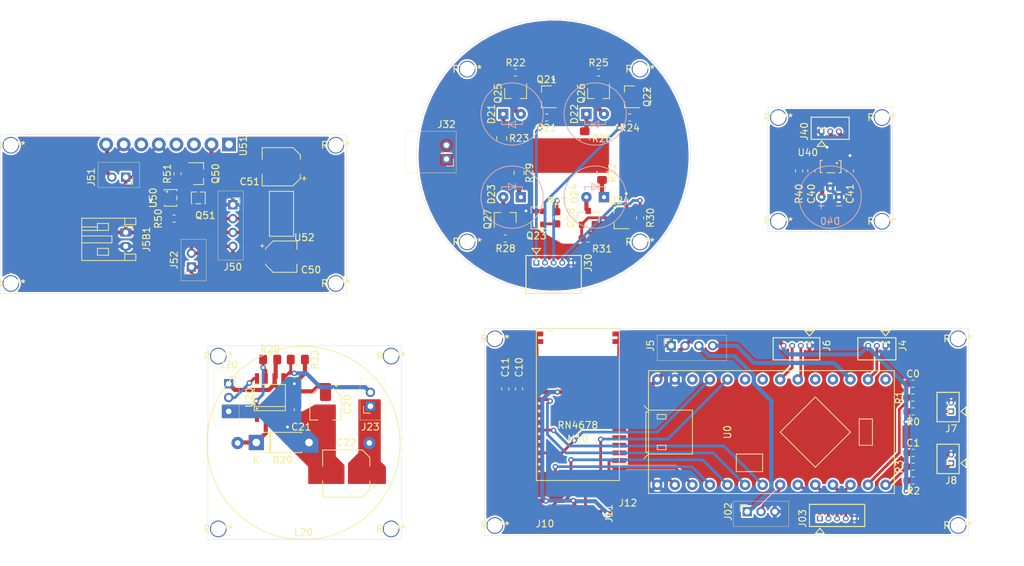
<source format=kicad_pcb>
(kicad_pcb (version 20171130) (host pcbnew "(5.1.0)-1")
  (title_block (title "Spectrometer Multi-Board System") (date 2021-05-28) (rev 1.0) (company "Team Spectrometer"))
  (layers (0 F.Cu signal) (31 B.Cu signal) (34 B.Paste user hide) (35 F.Paste user hide) (36 B.SilkS user hide) (37 F.SilkS user hide) (38 B.Mask user hide) (39 F.Mask user hide) (44 Edge.Cuts user))
  (net 0 "")
  (net 1 GND)
  (net 2 +BATT)
  (net 3 "Net-(D20-Pad1)")
  (net 4 +3V3)
  (net 5 /BT_Status)
  (net 6 /BT_Wake)
  (net 7 /BT_Power)
  (net 8 "Net-(C11-Pad2)")
  (net 9 /BT_Rx)
  (net 10 /BT_Tx)
  (net 11 /BT_Reset)
  (net 12 /BT_CTS)
  (net 13 /BT_RTS)
  (net 14 "Net-(C0-Pad1)")
  (net 15 "Net-(C1-Pad1)")
  (net 16 /Scan_PWM)
  (net 17 "Net-(R20-Pad2)")
  (net 18 +5V)
  (net 19 "Net-(Q21-Pad1)")
  (net 20 "Net-(C21-Pad1)")
  (net 21 "Net-(C22-Pad1)")
  (net 22 "Net-(D21-Pad1)")
  (net 23 "Net-(D22-Pad1)")
  (net 24 "Net-(D23-Pad1)")
  (net 25 "Net-(D24-Pad1)")
  (net 26 "Net-(C40-Pad2)")
  (net 27 "Net-(C40-Pad1)")
  (net 28 "Net-(C50-Pad1)")
  (net 29 "Net-(C51-Pad1)")
  (net 30 "Net-(D21-Pad2)")
  (net 31 "Net-(D22-Pad2)")
  (net 32 "Net-(D23-Pad2)")
  (net 33 "Net-(D24-Pad2)")
  (net 34 /Scan_LED1)
  (net 35 "Net-(Q21-Pad3)")
  (net 36 "Net-(Q22-Pad1)")
  (net 37 /Scan_LED2)
  (net 38 "Net-(Q22-Pad3)")
  (net 39 "Net-(Q23-Pad1)")
  (net 40 /Scan_LED3)
  (net 41 "Net-(Q23-Pad3)")
  (net 42 "Net-(Q24-Pad1)")
  (net 43 /Scan_LED4)
  (net 44 "Net-(Q24-Pad3)")
  (net 45 "Net-(Q51-Pad1)")
  (net 46 "Net-(Q50-Pad1)")
  (net 47 "Net-(Q50-Pad3)")
  (net 48 "Net-(J4-Pad2)")
  (net 49 "Net-(J6-Pad3)")
  (net 50 "Net-(J6-Pad2)")
  (net 51 "Net-(J7-Pad1)")
  (net 52 "Net-(J8-Pad1)")
  (net 53 "Net-(J50-Pad4)")
  (net 54 "Net-(J51-Pad2)")
  (net 55 "Net-(J51-Pad1)")
  (net 56 "Net-(J02-Pad2)")
  (net 57 "Net-(J03-Pad4)")
  (net 58 "Net-(J03-Pad3)")
  (net 59 "Net-(J03-Pad2)")
  (net 60 "Net-(J03-Pad1)")
  (net 61 "Net-(J23-Pad2)")
  (net 62 "Net-(J32-Pad1)")
  (net 63 "Net-(J32-Pad2)")
  (net 64 "Net-(M10-Pad14)")
  (net 65 "Net-(M10-Pad13)")
  (net 66 "Net-(M10-Pad11)")
  (net 67 "Net-(M10-Pad10)")
  (net 68 "Net-(M10-Pad8)")
  (net 69 "Net-(M10-Pad28)")
  (net 70 "Net-(M10-Pad25)")
  (net 71 "Net-(M10-Pad29)")
  (net 72 "Net-(M10-Pad24)")
  (net 73 "Net-(M10-Pad30)")
  (net 74 "Net-(M10-Pad27)")
  (net 75 "Net-(M10-Pad26)")
  (net 76 "Net-(M10-Pad16)")
  (net 77 "Net-(U0-Pad21)")
  (net 78 "Net-(U0-Pad3.3V_2)")
  (net 79 "Net-(U0-Pad20)")
  (net 80 "Net-(U0-Pad13)")
  (net 81 "Net-(U0-Pad16)")
  (net 82 "Net-(U0-Pad17)")
  (net 83 "Net-(U50-Pad1)")
  (net 84 "Net-(U51-Pad6)")
  (net 85 "Net-(U51-Pad4)")
  (net 86 "Net-(U51-Pad3)")
  (net 87 "Net-(U51-Pad1)")
  (net 88 "Net-(J10-Pad3)")
  (net 89 "Net-(J11-Pad3)")
  (net 90 "Net-(J12-Pad3)")
  (module spectrometer_core:Jumper3_0603 (layer F.Cu) (at 100.75 123.25 90)
    (fp_text reference J10 (at -1.5 0 180) (layer F.SilkS))
    (fp_text value Jmp3)
    (pad 2 smd rect (at 0 1.75 90) (size 0.95 1.05) (layers F.Cu F.Paste F.Mask) (net 1 GND))
    (pad 3 smd rect (at 0 0 90) (size 0.95 1.05) (layers F.Cu F.Paste F.Mask) (net 88 "Net-(J10-Pad3)"))
    (pad 1 smd rect (at 0 -1.75 90) (size 0.95 1.05) (layers F.Cu F.Paste F.Mask) (net 4 +3V3))
  )
  (module spectrometer_core:Jumper3_0603 (layer F.Cu) (at 112.75 123.25 90)
    (fp_text reference J12 (at 1.5 0 180) (layer F.SilkS))
    (fp_text value Jmp3)
    (pad 2 smd rect (at 0 1.75 90) (size 0.95 1.05) (layers F.Cu F.Paste F.Mask) (net 1 GND))
    (pad 3 smd rect (at 0 0 90) (size 0.95 1.05) (layers F.Cu F.Paste F.Mask) (net 90 "Net-(J12-Pad3)"))
    (pad 1 smd rect (at 0 -1.75 90) (size 0.95 1.05) (layers F.Cu F.Paste F.Mask) (net 4 +3V3))
  )
  (module spectrometer_core:Jumper3_0603 (layer F.Cu) (at 106.75 123.25 90)
    (fp_text reference J11 (at 0 3.25 90) (layer F.SilkS))
    (fp_text value Jmp3)
    (pad 2 smd rect (at 0 1.75 90) (size 0.95 1.05) (layers F.Cu F.Paste F.Mask) (net 1 GND))
    (pad 3 smd rect (at 0 0 90) (size 0.95 1.05) (layers F.Cu F.Paste F.Mask) (net 89 "Net-(J11-Pad3)"))
    (pad 1 smd rect (at 0 -1.75 90) (size 0.95 1.05) (layers F.Cu F.Paste F.Mask) (net 4 +3V3))
  )
  (module spectrometer_core:1x02_Vert_P2.00_Molex_Micro-Latch (layer F.Cu) (at 39.11 74.62 90)
    (fp_text reference J51 (at 0 -4 270) (layer F.SilkS))
    (fp_text value C_01x02)
    (pad 1 thru_hole rect (at 0 1 90) (size 1.35 1.35) (drill 0.8) (layers *.Cu *.Mask) (net 55 "Net-(J51-Pad1)"))
    (pad 2 thru_hole oval (at 0 -1 90) (size 1.35 1.35) (drill 0.8) (layers *.Cu *.Mask) (net 54 "Net-(J51-Pad2)"))
  )
  (module spectrometer_core:UFM-3 (layer F.Cu) (at 50.61 77.62)
    (fp_text reference Q51 (at 1.016 2.54) (layer F.SilkS))
    (fp_text value SSM3K127TU)
    (pad 3 smd rect (at 0 -1) (size 0.4 0.6) (layers F.Cu F.Paste F.Mask) (net 46 "Net-(Q50-Pad1)"))
    (pad 2 smd rect (at 0.65 1) (size 0.4 0.6) (layers F.Cu F.Paste F.Mask) (net 1 GND))
    (pad 1 smd rect (at -0.65 1) (size 0.4 0.6) (layers F.Cu F.Paste F.Mask) (net 45 "Net-(Q51-Pad1)"))
  )
  (module spectrometer_core:SOT-223 (layer F.Cu) (at 62.638 79.921 270)
    (fp_text reference U52 (at 3.429 -3.302) (layer F.SilkS))
    (fp_text value LM1117)
    (pad 2 smd roundrect (at 0 -3.15 270) (size 3.8 2) (layers F.Cu F.Paste F.Mask) (roundrect_rratio 0.05) (net 29 "Net-(C51-Pad1)"))
    (pad 3 smd roundrect (at 2.3 3.15 270) (size 1.5 2) (layers F.Cu F.Paste F.Mask) (roundrect_rratio 0.05) (net 28 "Net-(C50-Pad1)"))
    (pad 2 smd roundrect (at 0 3.15 270) (size 1.5 2) (layers F.Cu F.Paste F.Mask) (roundrect_rratio 0.05) (net 29 "Net-(C51-Pad1)"))
    (pad 1 smd roundrect (at -2.3 3.15 270) (size 1.5 2) (layers F.Cu F.Paste F.Mask) (roundrect_rratio 0.05) (net 1 GND))
  )
  (module spectrometer_core:1x04_Vert_P2.00_Molex_Micro-Latch (layer F.Cu) (at 55.61 81.62 180)
    (fp_text reference J50 (at 0 -6 180) (layer F.SilkS))
    (fp_text value C_01x04)
    (pad 1 thru_hole rect (at 0 3 180) (size 1.35 1.35) (drill 0.8) (layers *.Cu *.Mask) (net 1 GND))
    (pad 2 thru_hole oval (at 0 1 180) (size 1.35 1.35) (drill 0.8) (layers *.Cu *.Mask) (net 29 "Net-(C51-Pad1)"))
    (pad 3 thru_hole oval (at 0 -1 180) (size 1.35 1.35) (drill 0.8) (layers *.Cu *.Mask) (net 28 "Net-(C50-Pad1)"))
    (pad 4 thru_hole oval (at 0 -3 180) (size 1.35 1.35) (drill 0.8) (layers *.Cu *.Mask) (net 53 "Net-(J50-Pad4)"))
  )
  (module spectrometer_core:1x02_Vert_P2.00_Molex_Micro-Latch (layer F.Cu) (at 49.61 86.62)
    (fp_text reference J52 (at -2.5 0 90) (layer F.SilkS))
    (fp_text value C_01x02)
    (pad 1 thru_hole rect (at 0 1) (size 1.35 1.35) (drill 0.8) (layers *.Cu *.Mask) (net 53 "Net-(J50-Pad4)"))
    (pad 2 thru_hole oval (at 0 -1) (size 1.35 1.35) (drill 0.8) (layers *.Cu *.Mask) (net 28 "Net-(C50-Pad1)"))
  )
  (module spectrometer_core:SC70 (layer F.Cu) (at 46.61 77.62)
    (fp_text reference U50 (at -2.54 0 90) (layer F.SilkS))
    (fp_text value LMS33460)
    (pad 4 smd roundrect (at 1.1 0.65) (size 0.85 0.4) (layers F.Cu F.Paste F.Mask) (roundrect_rratio 0.083) (net 45 "Net-(Q51-Pad1)"))
    (pad 5 smd roundrect (at 1.1 -0.65) (size 0.85 0.4) (layers F.Cu F.Paste F.Mask) (roundrect_rratio 0.083) (net 55 "Net-(J51-Pad1)"))
    (pad 3 smd roundrect (at -1.1 0.65) (size 0.85 0.4) (layers F.Cu F.Paste F.Mask) (roundrect_rratio 0.083) (net 1 GND))
    (pad 2 smd roundrect (at -1.1 0) (size 0.85 0.4) (layers F.Cu F.Paste F.Mask) (roundrect_rratio 0.083) (net 1 GND))
    (pad 1 smd roundrect (at -1.1 -0.65) (size 0.85 0.4) (layers F.Cu F.Paste F.Mask) (roundrect_rratio 0.083) (net 83 "Net-(U50-Pad1)"))
  )
  (module spectrometer_core:1x02_Horiz_P2.00_Molex_Micro-Latch (layer F.Cu) (at 86.5 71 180)
    (fp_text reference J32 (at 0 4 180) (layer F.SilkS))
    (fp_text value C_01x02)
    (pad 1 thru_hole rect (at 0 -1 180) (size 1.35 1.35) (drill 0.8) (layers *.Cu *.Mask) (net 62 "Net-(J32-Pad1)"))
    (pad 2 thru_hole oval (at 0 1 180) (size 1.35 1.35) (drill 0.8) (layers *.Cu *.Mask) (net 63 "Net-(J32-Pad2)"))
  )
  (module spectrometer_core:1x03_Vert_P2.00_Molex_Micro-Latch (layer F.Cu) (at 132 123 270)
    (fp_text reference J02 (at 0 4.75 270) (layer F.SilkS))
    (fp_text value C_01x03)
    (pad 2 thru_hole oval (at 0 0 270) (size 1.35 1.35) (drill 0.8) (layers *.Cu *.Mask) (net 56 "Net-(J02-Pad2)"))
    (pad 3 thru_hole oval (at 0 -2 270) (size 1.35 1.35) (drill 0.8) (layers *.Cu *.Mask) (net 1 GND))
    (pad 1 thru_hole rect (at 0 2 270) (size 1.35 1.35) (drill 0.8) (layers *.Cu *.Mask) (net 18 +5V))
  )
  (module spectrometer_core:1x04_Vert_P2.00_Molex_Micro-Latch (layer F.Cu) (at 122 99 270)
    (fp_text reference J5 (at 0 6 270) (layer F.SilkS))
    (fp_text value C_01x04)
    (pad 1 thru_hole rect (at 0 3 270) (size 1.35 1.35) (drill 0.8) (layers *.Cu *.Mask) (net 1 GND))
    (pad 2 thru_hole oval (at 0 1 270) (size 1.35 1.35) (drill 0.8) (layers *.Cu *.Mask) (net 4 +3V3))
    (pad 3 thru_hole oval (at 0 -1 270) (size 1.35 1.35) (drill 0.8) (layers *.Cu *.Mask) (net 18 +5V))
    (pad 4 thru_hole oval (at 0 -3 270) (size 1.35 1.35) (drill 0.8) (layers *.Cu *.Mask) (net 2 +BATT))
  )
  (module spectrometer_core:TeensyLC_Inline (layer F.Cu) (at 133.5 111.5 90)
    (fp_text reference U0 (at 0 -6.35 90) (layer F.SilkS))
    (fp_text value TeensyLC_Inline)
    (pad 21 thru_hole circle (at 7.62 -3.81 90) (size 1.524 1.524) (drill 0.762) (layers *.Cu *.Mask) (net 77 "Net-(U0-Pad21)"))
    (pad 11 thru_hole circle (at -7.62 13.97 90) (size 1.524 1.524) (drill 0.762) (layers *.Cu *.Mask) (net 14 "Net-(C0-Pad1)"))
    (pad 3.3V_2 thru_hole circle (at 7.62 -11.43 90) (size 1.524 1.524) (drill 0.762) (layers *.Cu *.Mask) (net 78 "Net-(U0-Pad3.3V_2)"))
    (pad 8 thru_hole circle (at -7.62 6.35 90) (size 1.524 1.524) (drill 0.762) (layers *.Cu *.Mask) (net 59 "Net-(J03-Pad2)"))
    (pad 20 thru_hole circle (at 7.62 -1.27 90) (size 1.524 1.524) (drill 0.762) (layers *.Cu *.Mask) (net 79 "Net-(U0-Pad20)"))
    (pad 13 thru_hole circle (at 7.62 16.51 90) (size 1.524 1.524) (drill 0.762) (layers *.Cu *.Mask) (net 80 "Net-(U0-Pad13)"))
    (pad 16 thru_hole circle (at 7.62 8.89 90) (size 1.524 1.524) (drill 0.762) (layers *.Cu *.Mask) (net 81 "Net-(U0-Pad16)"))
    (pad 12 thru_hole circle (at -7.62 16.51 90) (size 1.524 1.524) (drill 0.762) (layers *.Cu *.Mask) (net 15 "Net-(C1-Pad1)"))
    (pad 4 thru_hole circle (at -7.62 -3.81 90) (size 1.524 1.524) (drill 0.762) (layers *.Cu *.Mask) (net 7 /BT_Power))
    (pad VIN thru_hole circle (at 7.62 -16.51 90) (size 1.524 1.524) (drill 0.762) (layers *.Cu *.Mask) (net 4 +3V3))
    (pad 14 thru_hole circle (at 7.62 13.97 90) (size 1.524 1.524) (drill 0.762) (layers *.Cu *.Mask) (net 48 "Net-(J4-Pad2)"))
    (pad 10 thru_hole circle (at -7.62 11.43 90) (size 1.524 1.524) (drill 0.762) (layers *.Cu *.Mask) (net 57 "Net-(J03-Pad4)"))
    (pad 7 thru_hole circle (at -7.62 3.81 90) (size 1.524 1.524) (drill 0.762) (layers *.Cu *.Mask) (net 60 "Net-(J03-Pad1)"))
    (pad 1 thru_hole circle (at -7.62 -11.43 90) (size 1.524 1.524) (drill 0.762) (layers *.Cu *.Mask) (net 9 /BT_Rx))
    (pad 0 thru_hole circle (at -7.62 -13.97 90) (size 1.524 1.524) (drill 0.762) (layers *.Cu *.Mask) (net 10 /BT_Tx))
    (pad 15 thru_hole circle (at 7.62 11.43 90) (size 1.524 1.524) (drill 0.762) (layers *.Cu *.Mask) (net 2 +BATT))
    (pad 2 thru_hole circle (at -7.62 -8.89 90) (size 1.524 1.524) (drill 0.762) (layers *.Cu *.Mask) (net 12 /BT_CTS))
    (pad 22 thru_hole circle (at 7.62 -6.35 90) (size 1.524 1.524) (drill 0.762) (layers *.Cu *.Mask) (net 11 /BT_Reset))
    (pad 17 thru_hole circle (at 7.62 6.35 90) (size 1.524 1.524) (drill 0.762) (layers *.Cu *.Mask) (net 82 "Net-(U0-Pad17)"))
    (pad 23 thru_hole circle (at 7.62 -8.89 90) (size 1.524 1.524) (drill 0.762) (layers *.Cu *.Mask) (net 5 /BT_Status))
    (pad 6 thru_hole circle (at -7.62 1.27 90) (size 1.524 1.524) (drill 0.762) (layers *.Cu *.Mask) (net 56 "Net-(J02-Pad2)"))
    (pad 5 thru_hole circle (at -7.62 -1.27 90) (size 1.524 1.524) (drill 0.762) (layers *.Cu *.Mask) (net 6 /BT_Wake))
    (pad 19 thru_hole circle (at 7.62 1.27 90) (size 1.524 1.524) (drill 0.762) (layers *.Cu *.Mask) (net 49 "Net-(J6-Pad3)"))
    (pad 18 thru_hole circle (at 7.62 3.81 90) (size 1.524 1.524) (drill 0.762) (layers *.Cu *.Mask) (net 50 "Net-(J6-Pad2)"))
    (pad 3 thru_hole circle (at -7.62 -6.35 90) (size 1.524 1.524) (drill 0.762) (layers *.Cu *.Mask) (net 13 /BT_RTS))
    (pad GND_1 thru_hole circle (at -7.62 -16.51 90) (size 1.524 1.524) (drill 0.762) (layers *.Cu *.Mask) (net 1 GND))
    (pad 9 thru_hole circle (at -7.62 8.89 90) (size 1.524 1.524) (drill 0.762) (layers *.Cu *.Mask) (net 58 "Net-(J03-Pad3)"))
    (pad GND_3 thru_hole circle (at 7.62 -13.97 90) (size 1.524 1.524) (drill 0.762) (layers *.Cu *.Mask) (net 1 GND))
  )
  (module spectrometer_core:RN4678 (layer F.Cu) (at 105.5 118.5)
    (fp_text reference M10 (at 0 -6) (layer F.SilkS))
    (fp_text value RN4678)
    (fp_text user RN4678 (at 0 -8) (layer F.SilkS))
    (pad 14 smd rect (at -6 -1.8) (size 2 0.7) (layers F.Cu F.Paste F.Mask) (net 64 "Net-(M10-Pad14)"))
    (pad 13 smd rect (at -6 -2.9) (size 2 0.7) (layers F.Cu F.Paste F.Mask) (net 65 "Net-(M10-Pad13)"))
    (pad 12 smd rect (at -6 -4) (size 2 0.7) (layers F.Cu F.Paste F.Mask) (net 5 /BT_Status))
    (pad 11 smd rect (at -6 -5.1) (size 2 0.7) (layers F.Cu F.Paste F.Mask) (net 66 "Net-(M10-Pad11)"))
    (pad 10 smd rect (at -6 -6.2) (size 2 0.7) (layers F.Cu F.Paste F.Mask) (net 67 "Net-(M10-Pad10)"))
    (pad 9 smd rect (at -6 -7.3) (size 2 0.7) (layers F.Cu F.Paste F.Mask) (net 6 /BT_Wake))
    (pad 5 smd rect (at -6 -11.7) (size 2 0.7) (layers F.Cu F.Paste F.Mask) (net 7 /BT_Power))
    (pad 6 smd rect (at -6 -10.6) (size 2 0.7) (layers F.Cu F.Paste F.Mask) (net 8 "Net-(C11-Pad2)"))
    (pad 8 smd rect (at -6 -8.4) (size 2 0.7) (layers F.Cu F.Paste F.Mask) (net 68 "Net-(M10-Pad8)"))
    (pad 7 smd rect (at -6 -9.5) (size 2 0.7) (layers F.Cu F.Paste F.Mask) (net 8 "Net-(C11-Pad2)"))
    (pad 4 smd rect (at -6 -12.8) (size 2 0.7) (layers F.Cu F.Paste F.Mask) (net 4 +3V3))
    (pad 2 smd rect (at -6 -20.1) (size 2 0.7) (layers F.Cu F.Paste F.Mask) (net 1 GND))
    (pad 3 smd rect (at -6 -13.9) (size 2 0.7) (layers F.Cu F.Paste F.Mask) (net 1 GND))
    (pad 1 smd rect (at -6 -21.2) (size 2 0.7) (layers F.Cu F.Paste F.Mask) (net 1 GND))
    (pad 28 smd rect (at 6 -8.4) (size 2 0.7) (layers F.Cu F.Paste F.Mask) (net 69 "Net-(M10-Pad28)"))
    (pad 32 smd rect (at 6 -20.1) (size 2 0.7) (layers F.Cu F.Paste F.Mask) (net 1 GND))
    (pad 33 smd rect (at 6 -21.2) (size 2 0.7) (layers F.Cu F.Paste F.Mask) (net 1 GND))
    (pad 31 smd rect (at 6 -11.7) (size 2 0.7) (layers F.Cu F.Paste F.Mask) (net 1 GND))
    (pad 22 smd rect (at 6 -1.8) (size 2 0.7) (layers F.Cu F.Paste F.Mask) (net 9 /BT_Rx))
    (pad 25 smd rect (at 6 -5.1) (size 2 0.7) (layers F.Cu F.Paste F.Mask) (net 70 "Net-(M10-Pad25)"))
    (pad 29 smd rect (at 6 -9.5) (size 2 0.7) (layers F.Cu F.Paste F.Mask) (net 71 "Net-(M10-Pad29)"))
    (pad 24 smd rect (at 6 -4) (size 2 0.7) (layers F.Cu F.Paste F.Mask) (net 72 "Net-(M10-Pad24)"))
    (pad 30 smd rect (at 6 -10.6) (size 2 0.7) (layers F.Cu F.Paste F.Mask) (net 73 "Net-(M10-Pad30)"))
    (pad 27 smd rect (at 6 -7.3) (size 2 0.7) (layers F.Cu F.Paste F.Mask) (net 74 "Net-(M10-Pad27)"))
    (pad 26 smd rect (at 6 -6.2) (size 2 0.7) (layers F.Cu F.Paste F.Mask) (net 75 "Net-(M10-Pad26)"))
    (pad 23 smd rect (at 6 -2.9) (size 2 0.7) (layers F.Cu F.Paste F.Mask) (net 10 /BT_Tx))
    (pad 21 smd rect (at 3.3 0 90) (size 2 0.7) (layers F.Cu F.Paste F.Mask) (net 11 /BT_Reset))
    (pad 18 smd rect (at 0 0 90) (size 2 0.7) (layers F.Cu F.Paste F.Mask) (net 88 "Net-(J10-Pad3)"))
    (pad 15 smd rect (at -3.3 0 90) (size 2 0.7) (layers F.Cu F.Paste F.Mask) (net 12 /BT_CTS))
    (pad 19 smd rect (at 1.1 0 90) (size 2 0.7) (layers F.Cu F.Paste F.Mask) (net 89 "Net-(J11-Pad3)"))
    (pad 17 smd rect (at -1.1 0 90) (size 2 0.7) (layers F.Cu F.Paste F.Mask) (net 13 /BT_RTS))
    (pad 16 smd rect (at -2.2 0 90) (size 2 0.7) (layers F.Cu F.Paste F.Mask) (net 76 "Net-(M10-Pad16)"))
    (pad 20 smd rect (at 2.2 0 90) (size 2 0.7) (layers F.Cu F.Paste F.Mask) (net 90 "Net-(J12-Pad3)"))
  )
  (module spectrometer_core:SOIC-8 (layer F.Cu) (at 61 106.5 90)
    (fp_text reference U20 (at 0 -3 270) (layer F.SilkS))
    (fp_text value NCP3066)
    (pad 8 smd roundrect (at 2.76 -1.905 90) (size 1.52 0.6) (layers F.Cu F.Paste F.Mask) (roundrect_rratio 0.083) (net 16 /Scan_PWM))
    (pad 7 smd roundrect (at 2.76 -0.635 90) (size 1.52 0.6) (layers F.Cu F.Paste F.Mask) (roundrect_rratio 0.083) (net 17 "Net-(R20-Pad2)"))
    (pad 6 smd roundrect (at 2.76 0.635 90) (size 1.52 0.6) (layers F.Cu F.Paste F.Mask) (roundrect_rratio 0.083) (net 18 +5V))
    (pad 5 smd roundrect (at 2.76 1.905 90) (size 1.52 0.6) (layers F.Cu F.Paste F.Mask) (roundrect_rratio 0.083) (net 61 "Net-(J23-Pad2)"))
    (pad 4 smd roundrect (at -2.76 1.905 90) (size 1.52 0.6) (layers F.Cu F.Paste F.Mask) (roundrect_rratio 0.083) (net 1 GND))
    (pad 3 smd roundrect (at -2.76 0.635 90) (size 1.52 0.6) (layers F.Cu F.Paste F.Mask) (roundrect_rratio 0.083) (net 20 "Net-(C21-Pad1)"))
    (pad 2 smd roundrect (at -2.76 -0.635 90) (size 1.52 0.6) (layers F.Cu F.Paste F.Mask) (roundrect_rratio 0.083) (net 3 "Net-(D20-Pad1)"))
    (pad 1 smd roundrect (at -2.76 -1.905 90) (size 1.52 0.6) (layers F.Cu F.Paste F.Mask) (roundrect_rratio 0.083) (net 17 "Net-(R20-Pad2)"))
  )
  (module spectrometer_core:1x03_Vert_P2.00_Molex_Micro-Latch (layer F.Cu) (at 55 106.5 180)
    (fp_text reference J20 (at 0 4.75 180) (layer F.SilkS))
    (fp_text value C_01x03)
    (pad 2 thru_hole oval (at 0 0 180) (size 1.35 1.35) (drill 0.8) (layers *.Cu *.Mask) (net 16 /Scan_PWM))
    (pad 3 thru_hole oval (at 0 -2 180) (size 1.35 1.35) (drill 0.8) (layers *.Cu *.Mask) (net 1 GND))
    (pad 1 thru_hole rect (at 0 2 180) (size 1.35 1.35) (drill 0.8) (layers *.Cu *.Mask) (net 18 +5V))
  )
  (module spectrometer_core:1x02_Vert_P2.00_Molex_Micro-Latch (layer F.Cu) (at 75.5 106.75)
    (fp_text reference J23 (at 0 4) (layer F.SilkS))
    (fp_text value C_01x02)
    (pad 1 thru_hole rect (at 0 1) (size 1.35 1.35) (drill 0.8) (layers *.Cu *.Mask) (net 21 "Net-(C22-Pad1)"))
    (pad 2 thru_hole oval (at 0 -1) (size 1.35 1.35) (drill 0.8) (layers *.Cu *.Mask) (net 61 "Net-(J23-Pad2)"))
  )
  (module spectrometer_core:SOT-23-5 (layer F.Cu) (at 142.068 73.089 270)
    (fp_text reference U40 (at -2.032 3.302) (layer F.SilkS))
    (fp_text value OPA990)
    (pad 1 smd roundrect (at -1.3 -0.95 270) (size 1.2 0.6) (layers F.Cu F.Paste F.Mask) (roundrect_rratio 0.083) (net 27 "Net-(C40-Pad1)"))
    (pad 4 smd roundrect (at 1.3 0.95 270) (size 1.2 0.6) (layers F.Cu F.Paste F.Mask) (roundrect_rratio 0.083) (net 26 "Net-(C40-Pad2)"))
    (pad 3 smd roundrect (at -1.3 0.95 270) (size 1.2 0.6) (layers F.Cu F.Paste F.Mask) (roundrect_rratio 0.083) (net 1 GND))
    (pad 2 smd roundrect (at -1.3 0 270) (size 1.2 0.6) (layers F.Cu F.Paste F.Mask) (roundrect_rratio 0.083) (net 1 GND))
    (pad 5 smd roundrect (at 1.3 -0.95 270) (size 1.2 0.6) (layers F.Cu F.Paste F.Mask) (roundrect_rratio 0.083) (net 4 +3V3))
  )
  (module spectrometer_core:M2_mounting (layer F.Cu) (at 70.5 70)
    (fp_text reference REF** (at 0 0) (layer F.SilkS))
    (fp_text value M2_mounting)
    (pad "" np_thru_hole circle (at 0 0) (size 2.4 2.4) (drill 2.1) (layers *.Cu *.Mask))
  )
  (module spectrometer_core:M2_mounting (layer F.Cu) (at 70.5 90)
    (fp_text reference REF** (at 0 0) (layer F.SilkS))
    (fp_text value M2_mounting)
    (pad "" np_thru_hole circle (at 0 0) (size 2.4 2.4) (drill 2.1) (layers *.Cu *.Mask))
  )
  (module spectrometer_core:M2_mounting (layer F.Cu) (at 23.5 90)
    (fp_text reference REF** (at 0 0) (layer F.SilkS))
    (fp_text value M2_mounting)
    (pad "" np_thru_hole circle (at 0 0) (size 2.4 2.4) (drill 2.1) (layers *.Cu *.Mask))
  )
  (module spectrometer_core:M2_mounting (layer F.Cu) (at 23.5 70)
    (fp_text reference REF** (at 0 0) (layer F.SilkS))
    (fp_text value M2_mounting)
    (pad "" np_thru_hole circle (at 0 0) (size 2.4 2.4) (drill 2.1) (layers *.Cu *.Mask))
  )
  (module spectrometer_core:M2_mounting (layer F.Cu) (at 53.5 100.5)
    (fp_text reference REF** (at 0 0) (layer F.SilkS))
    (fp_text value M2_mounting)
    (pad "" np_thru_hole circle (at 0 0) (size 2.4 2.4) (drill 2.1) (layers *.Cu *.Mask))
  )
  (module spectrometer_core:M2_mounting (layer F.Cu) (at 53.5 125.5)
    (fp_text reference REF** (at 0 0) (layer F.SilkS))
    (fp_text value M2_mounting)
    (pad "" np_thru_hole circle (at 0 0) (size 2.4 2.4) (drill 2.1) (layers *.Cu *.Mask))
  )
  (module spectrometer_core:M2_mounting (layer F.Cu) (at 78.5 125.5)
    (fp_text reference REF** (at 0 0) (layer F.SilkS))
    (fp_text value M2_mounting)
    (pad "" np_thru_hole circle (at 0 0) (size 2.4 2.4) (drill 2.1) (layers *.Cu *.Mask))
  )
  (module spectrometer_core:M2_mounting (layer F.Cu) (at 78.5 100.5)
    (fp_text reference REF** (at 0 0) (layer F.SilkS))
    (fp_text value M2_mounting)
    (pad "" np_thru_hole circle (at 0 0) (size 2.4 2.4) (drill 2.1) (layers *.Cu *.Mask))
  )
  (module Diode_THT:D_DO-41_SOD81_P7.62mm_Horizontal (layer F.Cu) (at 59 113)
    (fp_text reference D20 (at 3.81 2.5) (layer F.SilkS))
    (fp_text value 1N5819)
    (fp_text user K (at 0 2.5) (layer F.SilkS))
    (pad 2 thru_hole oval (at 7.62 0) (size 2.2 2.2) (drill 1.1) (layers *.Cu *.Mask) (net 1 GND))
    (pad 1 thru_hole rect (at 0 0) (size 2.2 2.2) (drill 1.1) (layers *.Cu *.Mask) (net 3 "Net-(D20-Pad1)"))
  )
  (module spectrometer_core:Powerboost1000C (layer F.Cu) (at 46.167 69.884 180)
    (fp_text reference U51 (at -10.943 -0.236 270) (layer F.SilkS))
    (fp_text value PowerBoost1000C)
    (pad 8 thru_hole circle (at 8.89 0 180) (size 2 2) (drill 1.1) (layers *.Cu *.Mask) (net 54 "Net-(J51-Pad2)"))
    (pad 7 thru_hole circle (at 6.35 0 180) (size 2 2) (drill 1.1) (layers *.Cu *.Mask) (net 1 GND))
    (pad 6 thru_hole circle (at 3.81 0 180) (size 2 2) (drill 1.1) (layers *.Cu *.Mask) (net 84 "Net-(U51-Pad6)"))
    (pad 5 thru_hole circle (at 1.27 0 180) (size 2 2) (drill 1.1) (layers *.Cu *.Mask) (net 1 GND))
    (pad 4 thru_hole circle (at -1.27 0 180) (size 2 2) (drill 1.1) (layers *.Cu *.Mask) (net 85 "Net-(U51-Pad4)"))
    (pad 3 thru_hole circle (at -3.81 0 180) (size 2 2) (drill 1.1) (layers *.Cu *.Mask) (net 86 "Net-(U51-Pad3)"))
    (pad 2 thru_hole circle (at -6.35 0 180) (size 2 2) (drill 1.1) (layers *.Cu *.Mask) (net 47 "Net-(Q50-Pad3)"))
    (pad 1 thru_hole rect (at -8.89 0 180) (size 2 2) (drill 1.1) (layers *.Cu *.Mask) (net 87 "Net-(U51-Pad1)"))
  )
  (module spectrometer_core:M2_mounting (layer F.Cu) (at 89.5 59)
    (fp_text reference REF** (at 0 0) (layer F.SilkS))
    (fp_text value M2_mounting)
    (pad "" np_thru_hole circle (at 0 0) (size 2.4 2.4) (drill 2.1) (layers *.Cu *.Mask))
  )
  (module spectrometer_core:M2_mounting (layer F.Cu) (at 114.5 59)
    (fp_text reference REF** (at 0 0) (layer F.SilkS))
    (fp_text value M2_mounting)
    (pad "" np_thru_hole circle (at 0 0) (size 2.4 2.4) (drill 2.1) (layers *.Cu *.Mask))
  )
  (module spectrometer_core:M2_mounting (layer F.Cu) (at 114.5 84)
    (fp_text reference REF** (at 0 0) (layer F.SilkS))
    (fp_text value M2_mounting)
    (pad "" np_thru_hole circle (at 0 0) (size 2.4 2.4) (drill 2.1) (layers *.Cu *.Mask))
  )
  (module spectrometer_core:M2_mounting (layer F.Cu) (at 89.5 84)
    (fp_text reference REF** (at 0 0) (layer F.SilkS))
    (fp_text value M2_mounting)
    (pad "" np_thru_hole circle (at 0 0) (size 2.4 2.4) (drill 2.1) (layers *.Cu *.Mask))
  )
  (module spectrometer_core:M2_mounting (layer F.Cu) (at 149.5 66)
    (fp_text reference REF** (at 0 0) (layer F.SilkS))
    (fp_text value M2_mounting)
    (pad "" np_thru_hole circle (at 0 0) (size 2.4 2.4) (drill 2.1) (layers *.Cu *.Mask))
  )
  (module spectrometer_core:M2_mounting (layer F.Cu) (at 149.5 81)
    (fp_text reference REF** (at 0 0) (layer F.SilkS))
    (fp_text value M2_mounting)
    (pad "" np_thru_hole circle (at 0 0) (size 2.4 2.4) (drill 2.1) (layers *.Cu *.Mask))
  )
  (module spectrometer_core:M2_mounting (layer F.Cu) (at 134.5 81)
    (fp_text reference REF** (at 0 0) (layer F.SilkS))
    (fp_text value M2_mounting)
    (pad "" np_thru_hole circle (at 0 0) (size 2.4 2.4) (drill 2.1) (layers *.Cu *.Mask))
  )
  (module spectrometer_core:M2_mounting (layer F.Cu) (at 134.5 66)
    (fp_text reference REF** (at 0 0) (layer F.SilkS))
    (fp_text value M2_mounting)
    (pad "" np_thru_hole circle (at 0 0) (size 2.4 2.4) (drill 2.1) (layers *.Cu *.Mask))
  )
  (module spectrometer_core:M2_mounting (layer F.Cu) (at 160.5 98)
    (fp_text reference REF** (at 0 0) (layer F.SilkS))
    (fp_text value M2_mounting)
    (pad "" np_thru_hole circle (at 0 0) (size 2.4 2.4) (drill 2.1) (layers *.Cu *.Mask))
  )
  (module spectrometer_core:M2_mounting (layer F.Cu) (at 160.5 125)
    (fp_text reference REF** (at 0 0) (layer F.SilkS))
    (fp_text value M2_mounting)
    (pad "" np_thru_hole circle (at 0 0) (size 2.4 2.4) (drill 2.1) (layers *.Cu *.Mask))
  )
  (module spectrometer_core:M2_mounting (layer F.Cu) (at 93.5 125)
    (fp_text reference REF** (at 0 0) (layer F.SilkS))
    (fp_text value M2_mounting)
    (pad "" np_thru_hole circle (at 0 0) (size 2.4 2.4) (drill 2.1) (layers *.Cu *.Mask))
  )
  (module spectrometer_core:M2_mounting (layer F.Cu) (at 93.5 98)
    (fp_text reference REF** (at 0 0) (layer F.SilkS))
    (fp_text value M2_mounting)
    (pad "" np_thru_hole circle (at 0 0) (size 2.4 2.4) (drill 2.1) (layers *.Cu *.Mask))
  )
  (module spectrometer_core:TO-18_WithReflector (layer B.Cu) (at 142 77.5 180)
    (fp_text reference D40 (at 0 -3.5 180) (layer B.SilkS) (effects (justify mirror)))
    (fp_text value PD41-03)
    (fp_text user - (at -1.3 -1.2 180) (layer B.SilkS) (effects (justify mirror)))
    (fp_text user + (at 1.3 -1.2 180) (layer B.SilkS) (effects (justify mirror)))
    (pad 2 thru_hole circle (at 1.25 0 180) (size 1.2 1.2) (drill 0.5) (layers *.Cu *.Mask) (net 26 "Net-(C40-Pad2)"))
    (pad 3 thru_hole circle (at 0 1.25 180) (size 1.2 1.2) (drill 0.5) (layers *.Cu *.Mask) (net 1 GND))
    (pad 1 thru_hole circle (at -1.25 0 180) (size 1.2 1.2) (drill 0.5) (layers *.Cu *.Mask) (net 1 GND))
  )
  (module spectrometer_core:530470310 (layer F.Cu) (at 140.75 68 180)
    (fp_text reference J40 (at 2.5 0 270) (layer F.SilkS))
    (fp_text value C_01x03)
    (fp_text user * (at 0 0 180) (layer F.SilkS))
    (fp_text user * (at 0 0 180) (layer F.SilkS))
    (pad 3 thru_hole circle (at -2.5 0 180) (size 0.85 0.85) (drill 0.5) (layers *.Cu *.Mask) (net 4 +3V3))
    (pad 2 thru_hole circle (at -1.25 0 180) (size 0.85 0.85) (drill 0.5) (layers *.Cu *.Mask) (net 27 "Net-(C40-Pad1)"))
    (pad 1 thru_hole rect (at 0 0 180) (size 0.85 0.85) (drill 0.5) (layers *.Cu *.Mask) (net 1 GND))
  )
  (module spectrometer_core:530480550 (layer F.Cu) (at 99.5 87)
    (fp_text reference J30 (at 7.5 0 90) (layer F.SilkS))
    (fp_text value C_01x05)
    (fp_text user * (at 0 0) (layer F.SilkS))
    (fp_text user * (at 0 0) (layer F.SilkS))
    (pad 5 thru_hole circle (at 5 0) (size 0.85 0.85) (drill 0.5) (layers *.Cu *.Mask) (net 1 GND))
    (pad 4 thru_hole circle (at 3.75 0) (size 0.85 0.85) (drill 0.5) (layers *.Cu *.Mask) (net 43 /Scan_LED4))
    (pad 3 thru_hole circle (at 2.5 0) (size 0.85 0.85) (drill 0.5) (layers *.Cu *.Mask) (net 40 /Scan_LED3))
    (pad 2 thru_hole circle (at 1.25 0) (size 0.85 0.85) (drill 0.5) (layers *.Cu *.Mask) (net 37 /Scan_LED2))
    (pad 1 thru_hole rect (at 0 0) (size 0.85 0.85) (drill 0.5) (layers *.Cu *.Mask) (net 34 /Scan_LED1))
  )
  (module spectrometer_core:530470210 (layer F.Cu) (at 159.5 116 270)
    (fp_text reference J8 (at 2.5 0 180) (layer F.SilkS))
    (fp_text value C_01x02)
    (fp_text user * (at 0 0 270) (layer F.SilkS))
    (fp_text user * (at 0 0 270) (layer F.SilkS))
    (pad 2 thru_hole circle (at -1.25 0 270) (size 0.85 0.85) (drill 0.5) (layers *.Cu *.Mask) (net 1 GND))
    (pad 1 thru_hole rect (at 0 0 270) (size 0.85 0.85) (drill 0.5) (layers *.Cu *.Mask) (net 52 "Net-(J8-Pad1)"))
  )
  (module spectrometer_core:530470210 (layer F.Cu) (at 159.5 108.5 270)
    (fp_text reference J7 (at 2.5 0 180) (layer F.SilkS))
    (fp_text value C_01x02)
    (fp_text user * (at 0 0 270) (layer F.SilkS))
    (fp_text user * (at 0 0 270) (layer F.SilkS))
    (pad 2 thru_hole circle (at -1.25 0 270) (size 0.85 0.85) (drill 0.5) (layers *.Cu *.Mask) (net 1 GND))
    (pad 1 thru_hole rect (at 0 0 270) (size 0.85 0.85) (drill 0.5) (layers *.Cu *.Mask) (net 51 "Net-(J7-Pad1)"))
  )
  (module spectrometer_core:530470410 (layer F.Cu) (at 139 99)
    (fp_text reference J6 (at 2.5 0 90) (layer F.SilkS))
    (fp_text value C_01x04)
    (fp_text user * (at 0 0) (layer F.SilkS))
    (fp_text user * (at 0 0) (layer F.SilkS))
    (pad 4 thru_hole circle (at -3.75 0) (size 0.85 0.85) (drill 0.5) (layers *.Cu *.Mask) (net 4 +3V3))
    (pad 3 thru_hole circle (at -2.5 0) (size 0.85 0.85) (drill 0.5) (layers *.Cu *.Mask) (net 49 "Net-(J6-Pad3)"))
    (pad 2 thru_hole circle (at -1.25 0) (size 0.85 0.85) (drill 0.5) (layers *.Cu *.Mask) (net 50 "Net-(J6-Pad2)"))
    (pad 1 thru_hole rect (at 0 0) (size 0.85 0.85) (drill 0.5) (layers *.Cu *.Mask) (net 1 GND))
  )
  (module spectrometer_core:530470310 (layer F.Cu) (at 150 99)
    (fp_text reference J4 (at 2.5 0 90) (layer F.SilkS))
    (fp_text value C_01x03)
    (fp_text user * (at 0 0) (layer F.SilkS))
    (fp_text user * (at 0 0) (layer F.SilkS))
    (pad 3 thru_hole circle (at -2.5 0) (size 0.85 0.85) (drill 0.5) (layers *.Cu *.Mask) (net 4 +3V3))
    (pad 2 thru_hole circle (at -1.25 0) (size 0.85 0.85) (drill 0.5) (layers *.Cu *.Mask) (net 48 "Net-(J4-Pad2)"))
    (pad 1 thru_hole rect (at 0 0) (size 0.85 0.85) (drill 0.5) (layers *.Cu *.Mask) (net 1 GND))
  )
  (module spectrometer_core:530470510 (layer F.Cu) (at 140.5 124 180)
    (fp_text reference J03 (at 2.5 0 270) (layer F.SilkS))
    (fp_text value C_01x05)
    (fp_text user * (at 0 0 180) (layer F.SilkS))
    (fp_text user * (at 0 0 180) (layer F.SilkS))
    (pad 5 thru_hole circle (at -5 0 180) (size 0.85 0.85) (drill 0.5) (layers *.Cu *.Mask) (net 1 GND))
    (pad 4 thru_hole circle (at -3.75 0 180) (size 0.85 0.85) (drill 0.5) (layers *.Cu *.Mask) (net 57 "Net-(J03-Pad4)"))
    (pad 3 thru_hole circle (at -2.5 0 180) (size 0.85 0.85) (drill 0.5) (layers *.Cu *.Mask) (net 58 "Net-(J03-Pad3)"))
    (pad 2 thru_hole circle (at -1.25 0 180) (size 0.85 0.85) (drill 0.5) (layers *.Cu *.Mask) (net 59 "Net-(J03-Pad2)"))
    (pad 1 thru_hole rect (at 0 0 180) (size 0.85 0.85) (drill 0.5) (layers *.Cu *.Mask) (net 60 "Net-(J03-Pad1)"))
  )
  (module spectrometer_core:1130-122K-RC (layer F.Cu) (at 65.815 113.075)
    (fp_text reference L20 (at 0 12.925) (layer F.SilkS))
    (fp_text value 1200u)
    (pad 2 thru_hole circle (at 9.525 0) (size 1.778 1.778) (drill 0.8001) (layers *.Cu *.Mask) (net 21 "Net-(C22-Pad1)"))
    (pad 1 thru_hole circle (at -9.525 0) (size 1.778 1.778) (drill 0.8001) (layers *.Cu *.Mask) (net 3 "Net-(D20-Pad1)"))
  )
  (module Capacitor_SMD:C_0603_1608Metric_Pad1.05x0.95mm_HandSolder (layer F.Cu) (at 97 105.25 90)
    (fp_text reference C10 (at 3.125 0 90) (layer F.SilkS))
    (fp_text value 10u)
    (pad 2 smd roundrect (at 0.875 0 90) (size 1.05 0.95) (layers F.Cu F.Paste F.Mask) (net 1 GND))
    (pad 1 smd roundrect (at -0.875 0 90) (size 1.05 0.95) (layers F.Cu F.Paste F.Mask) (net 4 +3V3))
  )
  (module Resistor_SMD:R_0603_1608Metric_Pad1.05x0.95mm_HandSolder (layer F.Cu) (at 47.11 80.62)
    (fp_text reference R50 (at -2.286 0 90) (layer F.SilkS))
    (fp_text value 470k)
    (pad 2 smd roundrect (at 0.875 0) (size 1.05 0.95) (layers F.Cu F.Paste F.Mask) (net 45 "Net-(Q51-Pad1)"))
    (pad 1 smd roundrect (at -0.875 0) (size 1.05 0.95) (layers F.Cu F.Paste F.Mask) (net 55 "Net-(J51-Pad1)"))
  )
  (module Resistor_SMD:R_0805_2012Metric_Pad1.15x1.40mm_HandSolder (layer F.Cu) (at 109 74 90)
    (fp_text reference R32 (at 0 1.524 90) (layer F.SilkS))
    (fp_text value 0R765)
    (pad 2 smd roundrect (at 1.025 0 90) (size 1.15 1.4) (layers F.Cu F.Paste F.Mask) (roundrect_rratio 0.217391) (net 63 "Net-(J32-Pad2)"))
    (pad 1 smd roundrect (at -1.025 0 90) (size 1.15 1.4) (layers F.Cu F.Paste F.Mask) (roundrect_rratio 0.217391) (net 25 "Net-(D24-Pad1)"))
  )
  (module Resistor_SMD:R_0805_2012Metric_Pad1.15x1.40mm_HandSolder (layer F.Cu) (at 97 74 90)
    (fp_text reference R29 (at 0 1.524 90) (layer F.SilkS))
    (fp_text value 0R765)
    (pad 2 smd roundrect (at 1.025 0 90) (size 1.15 1.4) (layers F.Cu F.Paste F.Mask) (roundrect_rratio 0.217391) (net 63 "Net-(J32-Pad2)"))
    (pad 1 smd roundrect (at -1.025 0 90) (size 1.15 1.4) (layers F.Cu F.Paste F.Mask) (roundrect_rratio 0.217391) (net 24 "Net-(D23-Pad1)"))
  )
  (module Resistor_SMD:R_0805_2012Metric_Pad1.15x1.40mm_HandSolder (layer F.Cu) (at 106.5 69 270)
    (fp_text reference R26 (at 0.044 -2.5) (layer F.SilkS))
    (fp_text value 0R765)
    (pad 2 smd roundrect (at 1.025 0 270) (size 1.15 1.4) (layers F.Cu F.Paste F.Mask) (roundrect_rratio 0.217391) (net 63 "Net-(J32-Pad2)"))
    (pad 1 smd roundrect (at -1.025 0 270) (size 1.15 1.4) (layers F.Cu F.Paste F.Mask) (roundrect_rratio 0.217391) (net 23 "Net-(D22-Pad1)"))
  )
  (module Resistor_SMD:R_0805_2012Metric_Pad1.15x1.40mm_HandSolder (layer F.Cu) (at 94.5 69 270)
    (fp_text reference R23 (at 0 -2.5) (layer F.SilkS))
    (fp_text value 0R765)
    (pad 2 smd roundrect (at 1.025 0 270) (size 1.15 1.4) (layers F.Cu F.Paste F.Mask) (roundrect_rratio 0.217391) (net 63 "Net-(J32-Pad2)"))
    (pad 1 smd roundrect (at -1.025 0 270) (size 1.15 1.4) (layers F.Cu F.Paste F.Mask) (roundrect_rratio 0.217391) (net 22 "Net-(D21-Pad1)"))
  )
  (module Resistor_SMD:R_0805_2012Metric_Pad1.15x1.40mm_HandSolder (layer F.Cu) (at 61 101 180)
    (fp_text reference R20 (at 0 1.5 180) (layer F.SilkS))
    (fp_text value 0R133)
    (pad 2 smd roundrect (at 1.025 0 180) (size 1.15 1.4) (layers F.Cu F.Paste F.Mask) (roundrect_rratio 0.217391) (net 17 "Net-(R20-Pad2)"))
    (pad 1 smd roundrect (at -1.025 0 180) (size 1.15 1.4) (layers F.Cu F.Paste F.Mask) (roundrect_rratio 0.217391) (net 18 +5V))
  )
  (module Resistor_SMD:R_0603_1608Metric_Pad1.05x0.95mm_HandSolder (layer F.Cu) (at 107 83.5 180)
    (fp_text reference R31 (at -2 -1.5 180) (layer F.SilkS))
    (fp_text value 10k)
    (pad 2 smd roundrect (at 0.875 0 180) (size 1.05 0.95) (layers F.Cu F.Paste F.Mask) (net 44 "Net-(Q24-Pad3)"))
    (pad 1 smd roundrect (at -0.875 0 180) (size 1.05 0.95) (layers F.Cu F.Paste F.Mask) (net 62 "Net-(J32-Pad1)"))
  )
  (module Resistor_SMD:R_0603_1608Metric_Pad1.05x0.95mm_HandSolder (layer F.Cu) (at 114.5 80.5 270)
    (fp_text reference R30 (at 0 -1.5 270) (layer F.SilkS))
    (fp_text value 10k)
    (pad 2 smd roundrect (at 0.875 0 270) (size 1.05 0.95) (layers F.Cu F.Paste F.Mask) (net 42 "Net-(Q24-Pad1)"))
    (pad 1 smd roundrect (at -0.875 0 270) (size 1.05 0.95) (layers F.Cu F.Paste F.Mask) (net 43 /Scan_LED4))
  )
  (module Resistor_SMD:R_0603_1608Metric_Pad1.05x0.95mm_HandSolder (layer F.Cu) (at 95 83.5 180)
    (fp_text reference R28 (at -0.05 -1.45) (layer F.SilkS))
    (fp_text value 10k)
    (pad 2 smd roundrect (at 0.875 0 180) (size 1.05 0.95) (layers F.Cu F.Paste F.Mask) (net 41 "Net-(Q23-Pad3)"))
    (pad 1 smd roundrect (at -0.875 0 180) (size 1.05 0.95) (layers F.Cu F.Paste F.Mask) (net 62 "Net-(J32-Pad1)"))
  )
  (module Resistor_SMD:R_0603_1608Metric_Pad1.05x0.95mm_HandSolder (layer F.Cu) (at 102.5 80.5 270)
    (fp_text reference R27 (at -2.4 0) (layer F.SilkS))
    (fp_text value 10k)
    (pad 2 smd roundrect (at 0.875 0 270) (size 1.05 0.95) (layers F.Cu F.Paste F.Mask) (net 39 "Net-(Q23-Pad1)"))
    (pad 1 smd roundrect (at -0.875 0 270) (size 1.05 0.95) (layers F.Cu F.Paste F.Mask) (net 40 /Scan_LED3))
  )
  (module Resistor_SMD:R_0603_1608Metric_Pad1.05x0.95mm_HandSolder (layer F.Cu) (at 108.5 59.5)
    (fp_text reference R25 (at 0 -1.43) (layer F.SilkS))
    (fp_text value 10k)
    (pad 2 smd roundrect (at 0.875 0) (size 1.05 0.95) (layers F.Cu F.Paste F.Mask) (net 38 "Net-(Q22-Pad3)"))
    (pad 1 smd roundrect (at -0.875 0) (size 1.05 0.95) (layers F.Cu F.Paste F.Mask) (net 62 "Net-(J32-Pad1)"))
  )
  (module Resistor_SMD:R_0603_1608Metric_Pad1.05x0.95mm_HandSolder (layer F.Cu) (at 113 66)
    (fp_text reference R24 (at 0 1.5 180) (layer F.SilkS))
    (fp_text value 10k)
    (pad 2 smd roundrect (at 0.875 0) (size 1.05 0.95) (layers F.Cu F.Paste F.Mask) (net 36 "Net-(Q22-Pad1)"))
    (pad 1 smd roundrect (at -0.875 0) (size 1.05 0.95) (layers F.Cu F.Paste F.Mask) (net 37 /Scan_LED2))
  )
  (module Resistor_SMD:R_0603_1608Metric_Pad1.05x0.95mm_HandSolder (layer F.Cu) (at 96.5 59.5)
    (fp_text reference R22 (at 0 -1.43) (layer F.SilkS))
    (fp_text value 10k)
    (pad 2 smd roundrect (at 0.875 0) (size 1.05 0.95) (layers F.Cu F.Paste F.Mask) (net 35 "Net-(Q21-Pad3)"))
    (pad 1 smd roundrect (at -0.875 0) (size 1.05 0.95) (layers F.Cu F.Paste F.Mask) (net 62 "Net-(J32-Pad1)"))
  )
  (module Resistor_SMD:R_0603_1608Metric_Pad1.05x0.95mm_HandSolder (layer F.Cu) (at 101 66)
    (fp_text reference R21 (at 0 1.5 180) (layer F.SilkS))
    (fp_text value 10k)
    (pad 2 smd roundrect (at 0.875 0) (size 1.05 0.95) (layers F.Cu F.Paste F.Mask) (net 19 "Net-(Q21-Pad1)"))
    (pad 1 smd roundrect (at -0.875 0) (size 1.05 0.95) (layers F.Cu F.Paste F.Mask) (net 34 /Scan_LED1))
  )
  (module Package_TO_SOT_SMD:SOT-23 (layer F.Cu) (at 50.61 74.12)
    (fp_text reference Q50 (at 2.5 0 90) (layer F.SilkS))
    (fp_text value SSM3J372R)
    (pad 3 smd rect (at 1 0) (size 0.9 0.8) (layers F.Cu F.Paste F.Mask) (net 47 "Net-(Q50-Pad3)"))
    (pad 2 smd rect (at -1 0.95) (size 0.9 0.8) (layers F.Cu F.Paste F.Mask) (net 55 "Net-(J51-Pad1)"))
    (pad 1 smd rect (at -1 -0.95) (size 0.9 0.8) (layers F.Cu F.Paste F.Mask) (net 46 "Net-(Q50-Pad1)"))
  )
  (module Package_TO_SOT_SMD:SOT-23 (layer F.Cu) (at 107 80.5 90)
    (fp_text reference Q28 (at 0 -2.5 90) (layer F.SilkS))
    (fp_text value PMV65XP)
    (pad 3 smd rect (at 1 0 90) (size 0.9 0.8) (layers F.Cu F.Paste F.Mask) (net 33 "Net-(D24-Pad2)"))
    (pad 2 smd rect (at -1 0.95 90) (size 0.9 0.8) (layers F.Cu F.Paste F.Mask) (net 62 "Net-(J32-Pad1)"))
    (pad 1 smd rect (at -1 -0.95 90) (size 0.9 0.8) (layers F.Cu F.Paste F.Mask) (net 44 "Net-(Q24-Pad3)"))
  )
  (module Package_TO_SOT_SMD:SOT-23 (layer F.Cu) (at 95 80.5 90)
    (fp_text reference Q27 (at -0.2 -2.55 90) (layer F.SilkS))
    (fp_text value PMV65XP)
    (pad 3 smd rect (at 1 0 90) (size 0.9 0.8) (layers F.Cu F.Paste F.Mask) (net 32 "Net-(D23-Pad2)"))
    (pad 2 smd rect (at -1 0.95 90) (size 0.9 0.8) (layers F.Cu F.Paste F.Mask) (net 62 "Net-(J32-Pad1)"))
    (pad 1 smd rect (at -1 -0.95 90) (size 0.9 0.8) (layers F.Cu F.Paste F.Mask) (net 41 "Net-(Q23-Pad3)"))
  )
  (module Package_TO_SOT_SMD:SOT-23 (layer F.Cu) (at 108.5 62.5 270)
    (fp_text reference Q26 (at 0 2.5 270) (layer F.SilkS))
    (fp_text value PMV65XP)
    (pad 3 smd rect (at 1 0 270) (size 0.9 0.8) (layers F.Cu F.Paste F.Mask) (net 31 "Net-(D22-Pad2)"))
    (pad 2 smd rect (at -1 0.95 270) (size 0.9 0.8) (layers F.Cu F.Paste F.Mask) (net 62 "Net-(J32-Pad1)"))
    (pad 1 smd rect (at -1 -0.95 270) (size 0.9 0.8) (layers F.Cu F.Paste F.Mask) (net 38 "Net-(Q22-Pad3)"))
  )
  (module Package_TO_SOT_SMD:SOT-23 (layer F.Cu) (at 96.5 62.5 270)
    (fp_text reference Q25 (at 0 2.54 270) (layer F.SilkS))
    (fp_text value PMV65XP)
    (pad 3 smd rect (at 1 0 270) (size 0.9 0.8) (layers F.Cu F.Paste F.Mask) (net 30 "Net-(D21-Pad2)"))
    (pad 2 smd rect (at -1 0.95 270) (size 0.9 0.8) (layers F.Cu F.Paste F.Mask) (net 62 "Net-(J32-Pad1)"))
    (pad 1 smd rect (at -1 -0.95 270) (size 0.9 0.8) (layers F.Cu F.Paste F.Mask) (net 35 "Net-(Q21-Pad3)"))
  )
  (module Package_TO_SOT_SMD:SOT-23 (layer F.Cu) (at 111.5 80.5 180)
    (fp_text reference Q24 (at 0 2.5) (layer F.SilkS))
    (fp_text value BC816H)
    (pad 3 smd rect (at 1 0 180) (size 0.9 0.8) (layers F.Cu F.Paste F.Mask) (net 44 "Net-(Q24-Pad3)"))
    (pad 2 smd rect (at -1 0.95 180) (size 0.9 0.8) (layers F.Cu F.Paste F.Mask) (net 1 GND))
    (pad 1 smd rect (at -1 -0.95 180) (size 0.9 0.8) (layers F.Cu F.Paste F.Mask) (net 42 "Net-(Q24-Pad1)"))
  )
  (module Package_TO_SOT_SMD:SOT-23 (layer F.Cu) (at 99.5 80.5 180)
    (fp_text reference Q23 (at 0 -2.6 180) (layer F.SilkS))
    (fp_text value BC816H)
    (pad 3 smd rect (at 1 0 180) (size 0.9 0.8) (layers F.Cu F.Paste F.Mask) (net 41 "Net-(Q23-Pad3)"))
    (pad 2 smd rect (at -1 0.95 180) (size 0.9 0.8) (layers F.Cu F.Paste F.Mask) (net 1 GND))
    (pad 1 smd rect (at -1 -0.95 180) (size 0.9 0.8) (layers F.Cu F.Paste F.Mask) (net 39 "Net-(Q23-Pad1)"))
  )
  (module Package_TO_SOT_SMD:SOT-23 (layer F.Cu) (at 113 63 180)
    (fp_text reference Q22 (at -2.54 0 270) (layer F.SilkS))
    (fp_text value BC816H)
    (pad 3 smd rect (at 1 0 180) (size 0.9 0.8) (layers F.Cu F.Paste F.Mask) (net 38 "Net-(Q22-Pad3)"))
    (pad 2 smd rect (at -1 0.95 180) (size 0.9 0.8) (layers F.Cu F.Paste F.Mask) (net 1 GND))
    (pad 1 smd rect (at -1 -0.95 180) (size 0.9 0.8) (layers F.Cu F.Paste F.Mask) (net 36 "Net-(Q22-Pad1)"))
  )
  (module Package_TO_SOT_SMD:SOT-23 (layer F.Cu) (at 101 63 180)
    (fp_text reference Q21 (at 0 2.5 180) (layer F.SilkS))
    (fp_text value BC816H)
    (pad 3 smd rect (at 1 0 180) (size 0.9 0.8) (layers F.Cu F.Paste F.Mask) (net 35 "Net-(Q21-Pad3)"))
    (pad 2 smd rect (at -1 0.95 180) (size 0.9 0.8) (layers F.Cu F.Paste F.Mask) (net 1 GND))
    (pad 1 smd rect (at -1 -0.95 180) (size 0.9 0.8) (layers F.Cu F.Paste F.Mask) (net 19 "Net-(Q21-Pad1)"))
  )
  (module Capacitor_SMD:C_0603_1608Metric_Pad1.05x0.95mm_HandSolder (layer F.Cu) (at 95 105.25 270)
    (fp_text reference C11 (at -3.125 0 270) (layer F.SilkS))
    (fp_text value 1u)
    (pad 2 smd roundrect (at 0.875 0 270) (size 1.05 0.95) (layers F.Cu F.Paste F.Mask) (net 8 "Net-(C11-Pad2)"))
    (pad 1 smd roundrect (at -0.875 0 270) (size 1.05 0.95) (layers F.Cu F.Paste F.Mask) (net 1 GND))
  )
  (module Resistor_SMD:R_0603_1608Metric_Pad1.05x0.95mm_HandSolder (layer F.Cu) (at 47.61 74.12 90)
    (fp_text reference R51 (at 0 -1.5 270) (layer F.SilkS))
    (fp_text value 100k)
    (pad 2 smd roundrect (at 0.875 0 90) (size 1.05 0.95) (layers F.Cu F.Paste F.Mask) (net 46 "Net-(Q50-Pad1)"))
    (pad 1 smd roundrect (at -0.875 0 90) (size 1.05 0.95) (layers F.Cu F.Paste F.Mask) (net 55 "Net-(J51-Pad1)"))
  )
  (module Resistor_SMD:R_0603_1608Metric_Pad1.05x0.95mm_HandSolder (layer F.Cu) (at 137.496 73.724 90)
    (fp_text reference R40 (at -3.302 0 90) (layer F.SilkS))
    (fp_text value 10k1)
    (pad 2 smd roundrect (at 0.875 0 90) (size 1.05 0.95) (layers F.Cu F.Paste F.Mask) (net 27 "Net-(C40-Pad1)"))
    (pad 1 smd roundrect (at -0.875 0 90) (size 1.05 0.95) (layers F.Cu F.Paste F.Mask) (net 26 "Net-(C40-Pad2)"))
  )
  (module Resistor_SMD:R_0805_2012Metric_Pad1.15x1.40mm_HandSolder (layer F.Cu) (at 65 101)
    (fp_text reference R33 (at 2.5 0 90) (layer F.SilkS))
    (fp_text value 0R233)
    (pad 2 smd roundrect (at 1.025 0) (size 1.15 1.4) (layers F.Cu F.Paste F.Mask) (roundrect_rratio 0.217391) (net 1 GND))
    (pad 1 smd roundrect (at -1.025 0) (size 1.15 1.4) (layers F.Cu F.Paste F.Mask) (roundrect_rratio 0.217391) (net 61 "Net-(J23-Pad2)"))
  )
  (module Resistor_SMD:R_0603_1608Metric_Pad1.05x0.95mm_HandSolder (layer F.Cu) (at 154 116.5)
    (fp_text reference R3 (at -2 0 90) (layer F.SilkS))
    (fp_text value 1k)
    (pad 2 smd roundrect (at 0.875 0) (size 1.05 0.95) (layers F.Cu F.Paste F.Mask) (net 52 "Net-(J8-Pad1)"))
    (pad 1 smd roundrect (at -0.875 0) (size 1.05 0.95) (layers F.Cu F.Paste F.Mask) (net 15 "Net-(C1-Pad1)"))
  )
  (module Resistor_SMD:R_0603_1608Metric_Pad1.05x0.95mm_HandSolder (layer F.Cu) (at 154 118.5)
    (fp_text reference R2 (at 0.026 1.5 180) (layer F.SilkS))
    (fp_text value 100k)
    (pad 2 smd roundrect (at 0.875 0) (size 1.05 0.95) (layers F.Cu F.Paste F.Mask) (net 52 "Net-(J8-Pad1)"))
    (pad 1 smd roundrect (at -0.875 0) (size 1.05 0.95) (layers F.Cu F.Paste F.Mask) (net 4 +3V3))
  )
  (module Resistor_SMD:R_0603_1608Metric_Pad1.05x0.95mm_HandSolder (layer F.Cu) (at 153.974 106.5)
    (fp_text reference R1 (at -1.974 0 90) (layer F.SilkS))
    (fp_text value 1k)
    (pad 2 smd roundrect (at 0.875 0) (size 1.05 0.95) (layers F.Cu F.Paste F.Mask) (net 51 "Net-(J7-Pad1)"))
    (pad 1 smd roundrect (at -0.875 0) (size 1.05 0.95) (layers F.Cu F.Paste F.Mask) (net 14 "Net-(C0-Pad1)"))
  )
  (module Resistor_SMD:R_0603_1608Metric_Pad1.05x0.95mm_HandSolder (layer F.Cu) (at 154 108.5)
    (fp_text reference R0 (at 0 1.5) (layer F.SilkS))
    (fp_text value 100k)
    (pad 2 smd roundrect (at 0.875 0) (size 1.05 0.95) (layers F.Cu F.Paste F.Mask) (net 51 "Net-(J7-Pad1)"))
    (pad 1 smd roundrect (at -0.875 0) (size 1.05 0.95) (layers F.Cu F.Paste F.Mask) (net 4 +3V3))
  )
  (module Connector_JST:JST_PH_S2B-PH-K_1x02_P2.00mm_Horizontal (layer F.Cu) (at 40.11 82.62 270)
    (fp_text reference J5B1 (at 1 -3 90) (layer F.SilkS))
    (fp_text value C_01x02)
    (pad 2 thru_hole oval (at 2 0 270) (size 1.2 1.75) (drill 0.75) (layers *.Cu *.Mask) (net 1 GND))
    (pad 1 thru_hole roundrect (at 0 0 270) (size 1.2 1.75) (drill 0.75) (layers *.Cu *.Mask) (roundrect_rratio 0.208333) (net 55 "Net-(J51-Pad1)"))
  )
  (module spectrometer_core:TO-18R (layer B.Cu) (at 108.0105 77.5105 180)
    (fp_text reference D24 (at 3.0105 0.5105 270) (layer F.SilkS))
    (fp_text value "MID-IR LED 36")
    (pad 2 thru_hole circle (at 1.27 0 180) (size 1.5 1.5) (drill 0.6) (layers *.Cu *.Mask) (net 33 "Net-(D24-Pad2)"))
    (pad 1 thru_hole rect (at -1.27 0 180) (size 1.5 1.5) (drill 0.6) (layers *.Cu *.Mask) (net 25 "Net-(D24-Pad1)"))
  )
  (module spectrometer_core:TO-18R (layer B.Cu) (at 95.9895 77.5105 180)
    (fp_text reference D23 (at 2.9895 0.4105 270) (layer F.SilkS))
    (fp_text value "MID-IR LED 35")
    (pad 2 thru_hole circle (at 1.27 0 180) (size 1.5 1.5) (drill 0.6) (layers *.Cu *.Mask) (net 32 "Net-(D23-Pad2)"))
    (pad 1 thru_hole rect (at -1.27 0 180) (size 1.5 1.5) (drill 0.6) (layers *.Cu *.Mask) (net 24 "Net-(D23-Pad1)"))
  )
  (module spectrometer_core:TO-18R (layer B.Cu) (at 108.0105 65.4895)
    (fp_text reference D22 (at -3.0105 0.0105 90) (layer F.SilkS))
    (fp_text value "MID-IR LED 34")
    (pad 2 thru_hole circle (at 1.27 0) (size 1.5 1.5) (drill 0.6) (layers *.Cu *.Mask) (net 31 "Net-(D22-Pad2)"))
    (pad 1 thru_hole rect (at -1.27 0) (size 1.5 1.5) (drill 0.6) (layers *.Cu *.Mask) (net 23 "Net-(D22-Pad1)"))
  )
  (module spectrometer_core:TO-18R (layer B.Cu) (at 95.9895 65.4895)
    (fp_text reference D21 (at -2.9895 0.0105 90) (layer F.SilkS))
    (fp_text value "MID-IR LED 28")
    (pad 2 thru_hole circle (at 1.27 0) (size 1.5 1.5) (drill 0.6) (layers *.Cu *.Mask) (net 30 "Net-(D21-Pad2)"))
    (pad 1 thru_hole rect (at -1.27 0) (size 1.5 1.5) (drill 0.6) (layers *.Cu *.Mask) (net 22 "Net-(D21-Pad1)"))
  )
  (module Capacitor_SMD:CP_Elec_5x4.5 (layer F.Cu) (at 62.61 73.12 180)
    (fp_text reference C51 (at 4.572 -2.159 180) (layer F.SilkS))
    (fp_text value 100u)
    (pad 2 smd roundrect (at 2.2 0 180) (size 3 1.6) (layers F.Cu F.Paste F.Mask) (roundrect_rratio 0.15625) (net 1 GND))
    (pad 1 smd roundrect (at -2.2 0 180) (size 3 1.6) (layers F.Cu F.Paste F.Mask) (roundrect_rratio 0.15625) (net 29 "Net-(C51-Pad1)"))
  )
  (module Capacitor_SMD:CP_Elec_4x3 (layer F.Cu) (at 62.61 86.12)
    (fp_text reference C50 (at 4.296 1.905) (layer F.SilkS))
    (fp_text value 10u)
    (pad 2 smd roundrect (at 1.8 0) (size 2.6 1.6) (layers F.Cu F.Paste F.Mask) (roundrect_rratio 0.15625) (net 1 GND))
    (pad 1 smd roundrect (at -1.8 0) (size 2.6 1.6) (layers F.Cu F.Paste F.Mask) (roundrect_rratio 0.15625) (net 28 "Net-(C50-Pad1)"))
  )
  (module Capacitor_SMD:C_0603_1608Metric_Pad1.05x0.95mm_HandSolder (layer F.Cu) (at 144.862 73.724 90)
    (fp_text reference C41 (at -3.302 0 90) (layer F.SilkS))
    (fp_text value 0.1u)
    (pad 2 smd roundrect (at 0.875 0 90) (size 1.05 0.95) (layers F.Cu F.Paste F.Mask) (net 1 GND))
    (pad 1 smd roundrect (at -0.875 0 90) (size 1.05 0.95) (layers F.Cu F.Paste F.Mask) (net 4 +3V3))
  )
  (module Capacitor_SMD:C_0603_1608Metric_Pad1.05x0.95mm_HandSolder (layer F.Cu) (at 139.274 73.724 270)
    (fp_text reference C40 (at 3.302 0 270) (layer F.SilkS))
    (fp_text value 27n)
    (pad 2 smd roundrect (at 0.875 0 270) (size 1.05 0.95) (layers F.Cu F.Paste F.Mask) (net 26 "Net-(C40-Pad2)"))
    (pad 1 smd roundrect (at -0.875 0 270) (size 1.05 0.95) (layers F.Cu F.Paste F.Mask) (net 27 "Net-(C40-Pad1)"))
  )
  (module Capacitor_SMD:CP_Elec_6.3x5.9 (layer F.Cu) (at 72 117.5 180)
    (fp_text reference C22 (at 0 4.5 180) (layer F.SilkS))
    (fp_text value 220u)
    (pad 2 smd roundrect (at 2.8 0 180) (size 3.5 1.6) (layers F.Cu F.Paste F.Mask) (roundrect_rratio 0.15625) (net 1 GND))
    (pad 1 smd roundrect (at -2.8 0 180) (size 3.5 1.6) (layers F.Cu F.Paste F.Mask) (roundrect_rratio 0.15625) (net 21 "Net-(C22-Pad1)"))
  )
  (module Capacitor_SMD:C_0603_1608Metric_Pad1.05x0.95mm_HandSolder (layer F.Cu) (at 65 108.25 270)
    (fp_text reference C21 (at 2.5 -0.5) (layer F.SilkS))
    (fp_text value 2n2)
    (pad 2 smd roundrect (at 0.875 0 270) (size 1.05 0.95) (layers F.Cu F.Paste F.Mask) (net 1 GND))
    (pad 1 smd roundrect (at -0.875 0 270) (size 1.05 0.95) (layers F.Cu F.Paste F.Mask) (net 20 "Net-(C21-Pad1)"))
  )
  (module Capacitor_SMD:CP_Elec_4x3 (layer F.Cu) (at 69 107.5 270)
    (fp_text reference C20 (at 0 -3.2 270) (layer F.SilkS))
    (fp_text value 10u)
    (pad 2 smd roundrect (at 1.8 0 270) (size 2.6 1.6) (layers F.Cu F.Paste F.Mask) (roundrect_rratio 0.15625) (net 1 GND))
    (pad 1 smd roundrect (at -1.8 0 270) (size 2.6 1.6) (layers F.Cu F.Paste F.Mask) (roundrect_rratio 0.15625) (net 18 +5V))
  )
  (module Capacitor_SMD:C_0603_1608Metric_Pad1.05x0.95mm_HandSolder (layer F.Cu) (at 154 114.5)
    (fp_text reference C1 (at 0 -1.43) (layer F.SilkS))
    (fp_text value 0.1u)
    (pad 2 smd roundrect (at 0.875 0) (size 1.05 0.95) (layers F.Cu F.Paste F.Mask) (net 1 GND))
    (pad 1 smd roundrect (at -0.875 0) (size 1.05 0.95) (layers F.Cu F.Paste F.Mask) (net 15 "Net-(C1-Pad1)"))
  )
  (module Capacitor_SMD:C_0603_1608Metric_Pad1.05x0.95mm_HandSolder (layer F.Cu) (at 153.974 104.5)
    (fp_text reference C0 (at 0 -1.43) (layer F.SilkS))
    (fp_text value 0.1u)
    (pad 2 smd roundrect (at 0.875 0) (size 1.05 0.95) (layers F.Cu F.Paste F.Mask) (net 1 GND))
    (pad 1 smd roundrect (at -0.875 0) (size 1.05 0.95) (layers F.Cu F.Paste F.Mask) (net 14 "Net-(C0-Pad1)"))
  )
  (gr_line (start 52 99) (end 65.5 99) (layer Edge.Cuts) (width 0.05))
  (gr_line (start 52 127) (end 52 99) (layer Edge.Cuts) (width 0.05))
  (gr_line (start 80 127) (end 52 127) (layer Edge.Cuts) (width 0.05))
  (gr_line (start 80 99) (end 80 127) (layer Edge.Cuts) (width 0.05))
  (gr_line (start 65.5 99) (end 80 99) (layer Edge.Cuts) (width 0.05))
  (gr_line (start 22 91.5) (end 22 68.5) (layer Edge.Cuts) (width 0.05))
  (gr_line (start 72 91.5) (end 22 91.5) (layer Edge.Cuts) (width 0.05))
  (gr_line (start 72 68.5) (end 72 91.5) (layer Edge.Cuts) (width 0.05))
  (gr_line (start 22 68.5) (end 72 68.5) (layer Edge.Cuts) (width 0.05))
  (gr_line (start 151 64.5) (end 133 64.5) (layer Edge.Cuts) (width 0.05))
  (gr_line (start 133 82.5) (end 133 64.5) (layer Edge.Cuts) (width 0.05))
  (gr_line (start 142 82.5) (end 133 82.5) (layer Edge.Cuts) (width 0.05))
  (gr_line (start 151 82.5) (end 151 64.5) (layer Edge.Cuts) (width 0.05))
  (gr_line (start 142 82.5) (end 151 82.5) (layer Edge.Cuts) (width 0.05))
  (gr_line (start 92 96.5) (end 92 126.5) (layer Edge.Cuts) (width 0.05))
  (gr_line (start 162 96.5) (end 92 96.5) (layer Edge.Cuts) (width 0.05))
  (gr_line (start 162 126.5) (end 162 96.5) (layer Edge.Cuts) (width 0.05))
  (gr_line (start 92 126.5) (end 162 126.5) (layer Edge.Cuts) (width 0.05))
  (gr_circle (center 102 71.5) (end 121.799 71.5) (layer Edge.Cuts) (width 0.05))
  (via (at 141.562 70.301494) (size 0.8) (drill 0.4) (layers F.Cu B.Cu) (net 1))
  (via (at 144.862 71.501494) (size 0.8) (drill 0.4) (layers F.Cu B.Cu) (net 1))
  (segment (start 144.862 72.849) (end 144.862 71.501494) (width 0.6) (layer F.Cu) (net 1))
  (segment (start 142.068 71.789) (end 141.118 71.789) (width 0.6) (layer F.Cu) (net 1))
  (segment (start 142.068 71.789) (end 142.068 70.676) (width 0.6) (layer F.Cu) (net 1))
  (segment (start 142.068 70.676) (end 141.7505 70.3585) (width 0.6) (layer F.Cu) (net 1))
  (segment (start 140.75 69.358) (end 141.7505 70.3585) (width 0.6) (layer F.Cu) (net 1))
  (segment (start 140.75 68) (end 140.75 69.358) (width 0.6) (layer F.Cu) (net 1))
  (via (at 102 60.5) (size 0.8) (drill 0.4) (layers F.Cu B.Cu) (net 1))
  (segment (start 102 62.05) (end 102 60.5) (width 0.6) (layer F.Cu) (net 1))
  (via (at 115.5 62) (size 0.8) (drill 0.4) (layers F.Cu B.Cu) (net 1))
  (segment (start 114 62.05) (end 115.45 62.05) (width 0.6) (layer F.Cu) (net 1))
  (segment (start 115.45 62.05) (end 115.5 62) (width 0.6) (layer F.Cu) (net 1))
  (segment (start 112.5 79.55) (end 112.5 77) (width 0.6) (layer F.Cu) (net 1))
  (via (at 112.5 77) (size 0.8) (drill 0.4) (layers F.Cu B.Cu) (net 1))
  (via (at 98 79.5) (size 0.8) (drill 0.4) (layers F.Cu B.Cu) (net 1))
  (segment (start 99.05 79.55) (end 100.5 79.55) (width 0.6) (layer F.Cu) (net 1))
  (segment (start 98 79.5) (end 99.05 79.55) (width 0.6) (layer F.Cu) (net 1))
  (segment (start 155.125 114.75) (end 154.875 114.5) (width 0.6) (layer F.Cu) (net 1))
  (segment (start 159.5 114.75) (end 155.125 114.75) (width 0.6) (layer F.Cu) (net 1))
  (segment (start 45.51 78.27) (end 45.51 77.67001) (width 0.6) (layer F.Cu) (net 1))
  (via (at 43.71 78.02) (size 0.8) (drill 0.4) (layers F.Cu B.Cu) (net 1))
  (segment (start 45.51 78.27) (end 43.96 78.27) (width 0.6) (layer F.Cu) (net 1))
  (segment (start 43.96 78.27) (end 43.71 78.02) (width 0.6) (layer F.Cu) (net 1))
  (via (at 64.5 104.5) (size 0.8) (drill 0.4) (layers F.Cu B.Cu) (net 1))
  (segment (start 66.025 101) (end 66.025 102.975) (width 0.6) (layer F.Cu) (net 1))
  (segment (start 66.025 102.975) (end 64.5 104.5) (width 0.6) (layer F.Cu) (net 1))
  (via (at 63.5 110.75) (size 0.8) (drill 0.4) (layers F.Cu B.Cu) (net 1))
  (segment (start 125.954594 99) (end 125 99) (width 0.6) (layer B.Cu) (net 2))
  (segment (start 128.5 99) (end 125.954594 99) (width 0.6) (layer B.Cu) (net 2))
  (segment (start 131 101.5) (end 128.5 99) (width 0.6) (layer B.Cu) (net 2))
  (segment (start 144.93 103.88) (end 142.55 101.5) (width 0.6) (layer B.Cu) (net 2))
  (segment (start 142.55 101.5) (end 131 101.5) (width 0.6) (layer B.Cu) (net 2))
  (segment (start 56.365 113) (end 56.29 113.075) (width 0.6) (layer F.Cu) (net 3))
  (segment (start 59 113) (end 56.365 113) (width 0.6) (layer F.Cu) (net 3))
  (segment (start 60.365 111.635) (end 59 113) (width 0.6) (layer F.Cu) (net 3))
  (segment (start 60.365 109.26) (end 60.365 111.635) (width 0.6) (layer F.Cu) (net 3))
  (segment (start 117.751999 103.118001) (end 116.99 103.88) (width 0.6) (layer F.Cu) (net 4))
  (segment (start 120.325001 100.544999) (end 117.751999 103.118001) (width 0.6) (layer F.Cu) (net 4))
  (segment (start 120.325001 99.674999) (end 120.325001 100.544999) (width 0.6) (layer F.Cu) (net 4))
  (segment (start 121 99) (end 120.325001 99.674999) (width 0.6) (layer F.Cu) (net 4))
  (segment (start 134.825001 98.575001) (end 135.25 99) (width 0.6) (layer F.Cu) (net 4))
  (segment (start 134.074999 97.824999) (end 134.825001 98.575001) (width 0.6) (layer F.Cu) (net 4))
  (segment (start 122.175001 97.824999) (end 134.074999 97.824999) (width 0.6) (layer F.Cu) (net 4))
  (segment (start 121 99) (end 122.175001 97.824999) (width 0.6) (layer F.Cu) (net 4))
  (via (at 153 120) (size 0.8) (drill 0.4) (layers F.Cu B.Cu) (net 4))
  (segment (start 153 118.625) (end 153.125 118.5) (width 0.6) (layer F.Cu) (net 4))
  (segment (start 153 120) (end 153 118.625) (width 0.6) (layer F.Cu) (net 4))
  (via (at 153 110) (size 0.8) (drill 0.4) (layers F.Cu B.Cu) (net 4))
  (segment (start 153 120) (end 153 110) (width 0.6) (layer B.Cu) (net 4))
  (segment (start 153.125 109.875) (end 153 110) (width 0.6) (layer F.Cu) (net 4))
  (segment (start 153.125 108.5) (end 153.125 109.875) (width 0.6) (layer F.Cu) (net 4))
  (segment (start 116.99 103.88) (end 115.17 105.7) (width 0.6) (layer F.Cu) (net 4))
  (segment (start 97.425 105.7) (end 97 106.125) (width 0.6) (layer F.Cu) (net 4))
  (segment (start 99.5 105.7) (end 97.425 105.7) (width 0.6) (layer F.Cu) (net 4))
  (segment (start 147.075001 99.424999) (end 147.5 99) (width 0.6) (layer B.Cu) (net 4))
  (segment (start 135.89896 100.25) (end 146.25 100.25) (width 0.6) (layer B.Cu) (net 4))
  (segment (start 146.25 100.25) (end 147.075001 99.424999) (width 0.6) (layer B.Cu) (net 4))
  (segment (start 135.25 99) (end 135.25 99.60104) (width 0.6) (layer B.Cu) (net 4))
  (segment (start 135.25 99.60104) (end 135.89896 100.25) (width 0.6) (layer B.Cu) (net 4))
  (segment (start 153 109.434315) (end 153 110) (width 0.6) (layer B.Cu) (net 4))
  (segment (start 153 104.75) (end 153 109.434315) (width 0.6) (layer B.Cu) (net 4))
  (segment (start 147.5 99) (end 147.5 99.25) (width 0.6) (layer B.Cu) (net 4))
  (segment (start 147.5 99.25) (end 153 104.75) (width 0.6) (layer B.Cu) (net 4))
  (segment (start 143.25 68.25) (end 143.25 68) (width 0.6) (layer F.Cu) (net 4))
  (segment (start 143.81801 68.81801) (end 143.25 68.25) (width 0.6) (layer F.Cu) (net 4))
  (segment (start 143.81801 73.58899) (end 143.81801 68.81801) (width 0.6) (layer F.Cu) (net 4))
  (segment (start 143.018 74.389) (end 143.81801 73.58899) (width 0.6) (layer F.Cu) (net 4))
  (segment (start 143.85199 73.58899) (end 144.862 74.599) (width 0.6) (layer F.Cu) (net 4))
  (segment (start 143.81801 73.58899) (end 143.85199 73.58899) (width 0.6) (layer F.Cu) (net 4))
  (segment (start 102.55 105.7) (end 99.5 105.7) (width 0.6) (layer F.Cu) (net 4))
  (segment (start 115.17 105.7) (end 102.55 105.7) (width 0.6) (layer F.Cu) (net 4))
  (via (at 102.55 105.7) (size 0.8) (drill 0.4) (layers F.Cu B.Cu) (net 4))
  (via (at 109.75 123.25) (size 0.8) (drill 0.4) (layers F.Cu B.Cu) (net 4))
  (segment (start 109.75 123.25) (end 111 123.25) (width 0.6) (layer F.Cu) (net 4))
  (via (at 104.850001 121.399999) (size 0.8) (drill 0.4) (layers F.Cu B.Cu) (net 4))
  (segment (start 105 123.25) (end 105 121.549998) (width 0.6) (layer F.Cu) (net 4))
  (segment (start 105 121.549998) (end 104.850001 121.399999) (width 0.6) (layer F.Cu) (net 4))
  (via (at 100.891716 121.461208) (size 0.8) (drill 0.4) (layers F.Cu B.Cu) (net 4))
  (segment (start 100.491717 121.061209) (end 100.891716 121.461208) (width 0.6) (layer B.Cu) (net 4))
  (segment (start 99 123.25) (end 99 122.175) (width 0.6) (layer F.Cu) (net 4))
  (segment (start 100.350001 106.817997) (end 100.350001 120.919493) (width 0.6) (layer B.Cu) (net 4))
  (segment (start 99 122.175) (end 99.713792 121.461208) (width 0.6) (layer F.Cu) (net 4))
  (segment (start 104.850001 121.399999) (end 100.952925 121.399999) (width 0.6) (layer B.Cu) (net 4))
  (segment (start 100.952925 121.399999) (end 100.891716 121.461208) (width 0.6) (layer B.Cu) (net 4))
  (segment (start 101.467998 105.7) (end 100.350001 106.817997) (width 0.6) (layer B.Cu) (net 4))
  (segment (start 102.55 105.7) (end 101.467998 105.7) (width 0.6) (layer B.Cu) (net 4))
  (segment (start 100.326031 121.461208) (end 100.891716 121.461208) (width 0.6) (layer F.Cu) (net 4))
  (segment (start 99.713792 121.461208) (end 100.326031 121.461208) (width 0.6) (layer F.Cu) (net 4))
  (segment (start 100.350001 120.919493) (end 100.491717 121.061209) (width 0.6) (layer B.Cu) (net 4))
  (segment (start 108 121.5) (end 109.75 123.25) (width 0.6) (layer B.Cu) (net 4))
  (segment (start 104.850001 121.399999) (end 104.950002 121.5) (width 0.6) (layer B.Cu) (net 4))
  (segment (start 104.950002 121.5) (end 108 121.5) (width 0.6) (layer B.Cu) (net 4))
  (via (at 105 112.7) (size 0.8) (drill 0.4) (layers F.Cu B.Cu) (net 5))
  (segment (start 116.99 111.5) (end 124.61 103.88) (width 0.4) (layer B.Cu) (net 5))
  (segment (start 105 112.7) (end 106.2 111.5) (width 0.4) (layer B.Cu) (net 5))
  (segment (start 106.2 111.5) (end 116.99 111.5) (width 0.4) (layer B.Cu) (net 5))
  (segment (start 99.5 114.5) (end 102 114.5) (width 0.4) (layer F.Cu) (net 5))
  (segment (start 102 114.5) (end 103.2 114.5) (width 0.4) (layer F.Cu) (net 5))
  (segment (start 103.2 114.5) (end 105 112.7) (width 0.4) (layer F.Cu) (net 5))
  (via (at 102 111.25) (size 0.8) (drill 0.4) (layers F.Cu B.Cu) (net 6))
  (segment (start 99.5 111.2) (end 101.95 111.2) (width 0.4) (layer F.Cu) (net 6))
  (segment (start 101.95 111.2) (end 102 111.25) (width 0.4) (layer F.Cu) (net 6))
  (segment (start 131.468001 118.358001) (end 132.23 119.12) (width 0.4) (layer B.Cu) (net 6))
  (segment (start 126.61 113.5) (end 131.468001 118.358001) (width 0.4) (layer B.Cu) (net 6))
  (segment (start 102 111.25) (end 104.25 113.5) (width 0.4) (layer B.Cu) (net 6))
  (segment (start 104.25 113.5) (end 126.61 113.5) (width 0.4) (layer B.Cu) (net 6))
  (via (at 101.5 107) (size 0.8) (drill 0.4) (layers F.Cu B.Cu) (net 7))
  (segment (start 99.5 106.8) (end 101.3 106.8) (width 0.4) (layer F.Cu) (net 7))
  (segment (start 101.3 106.8) (end 101.5 107) (width 0.4) (layer F.Cu) (net 7))
  (segment (start 128.928001 118.358001) (end 129.69 119.12) (width 0.4) (layer B.Cu) (net 7))
  (segment (start 125.07 114.5) (end 128.928001 118.358001) (width 0.4) (layer B.Cu) (net 7))
  (segment (start 103.75 114.5) (end 125.07 114.5) (width 0.4) (layer B.Cu) (net 7))
  (segment (start 101.100001 111.850001) (end 103.75 114.5) (width 0.4) (layer B.Cu) (net 7))
  (segment (start 101.5 107) (end 101.100001 107.399999) (width 0.4) (layer B.Cu) (net 7))
  (segment (start 101.100001 107.399999) (end 101.100001 111.850001) (width 0.4) (layer B.Cu) (net 7))
  (segment (start 96.775 107.9) (end 95 106.125) (width 0.4) (layer F.Cu) (net 8))
  (segment (start 99.5 107.9) (end 96.775 107.9) (width 0.4) (layer F.Cu) (net 8))
  (segment (start 99.5 107.9) (end 99.5 109) (width 0.4) (layer F.Cu) (net 8))
  (segment (start 121.308001 118.358001) (end 122.07 119.12) (width 0.4) (layer F.Cu) (net 9))
  (segment (start 111.5 116.7) (end 119.65 116.7) (width 0.4) (layer F.Cu) (net 9))
  (segment (start 119.65 116.7) (end 121.308001 118.358001) (width 0.4) (layer F.Cu) (net 9))
  (segment (start 110.15 115.6) (end 110 115.75) (width 0.4) (layer F.Cu) (net 10))
  (segment (start 111.5 115.6) (end 110.15 115.6) (width 0.4) (layer F.Cu) (net 10))
  (segment (start 110 115.75) (end 110 117.270002) (width 0.4) (layer F.Cu) (net 10))
  (segment (start 110 117.270002) (end 110.229998 117.5) (width 0.4) (layer F.Cu) (net 10))
  (segment (start 110.229998 117.5) (end 117.91 117.5) (width 0.4) (layer F.Cu) (net 10))
  (segment (start 118.768001 118.358001) (end 119.53 119.12) (width 0.4) (layer F.Cu) (net 10))
  (segment (start 117.91 117.5) (end 118.768001 118.358001) (width 0.4) (layer F.Cu) (net 10))
  (segment (start 108.8 118.5) (end 108.8 112.55001) (width 0.4) (layer F.Cu) (net 11))
  (segment (start 108.8 112.55001) (end 108.800018 112.549992) (width 0.4) (layer F.Cu) (net 11))
  (via (at 108.800018 112.549992) (size 0.8) (drill 0.4) (layers F.Cu B.Cu) (net 11))
  (segment (start 126.388001 104.641999) (end 127.15 103.88) (width 0.4) (layer B.Cu) (net 11))
  (segment (start 118.53 112.5) (end 126.388001 104.641999) (width 0.4) (layer B.Cu) (net 11))
  (segment (start 108.800018 112.549992) (end 108.85001 112.5) (width 0.4) (layer B.Cu) (net 11))
  (segment (start 108.85001 112.5) (end 118.53 112.5) (width 0.4) (layer B.Cu) (net 11))
  (via (at 102.25 116.5) (size 0.8) (drill 0.4) (layers F.Cu B.Cu) (net 12))
  (segment (start 124.61 119.12) (end 121.99 116.5) (width 0.4) (layer B.Cu) (net 12))
  (segment (start 121.99 116.5) (end 102.25 116.5) (width 0.4) (layer B.Cu) (net 12))
  (segment (start 102.25 118.45) (end 102.2 118.5) (width 0.4) (layer F.Cu) (net 12))
  (segment (start 102.25 116.5) (end 102.25 118.45) (width 0.4) (layer F.Cu) (net 12))
  (via (at 104.5 115.5) (size 0.8) (drill 0.4) (layers F.Cu B.Cu) (net 13))
  (segment (start 127.15 119.12) (end 123.53 115.5) (width 0.4) (layer B.Cu) (net 13))
  (segment (start 123.53 115.5) (end 104.5 115.5) (width 0.4) (layer B.Cu) (net 13))
  (segment (start 104.5 118.4) (end 104.4 118.5) (width 0.4) (layer F.Cu) (net 13))
  (segment (start 104.5 115.5) (end 104.5 118.4) (width 0.4) (layer F.Cu) (net 13))
  (segment (start 153.099 104.5) (end 153.099 106.5) (width 0.4) (layer F.Cu) (net 14))
  (segment (start 147.47 119.03) (end 147.47 119.12) (width 0.4) (layer F.Cu) (net 14))
  (segment (start 152 114.5) (end 147.47 119.03) (width 0.4) (layer F.Cu) (net 14))
  (segment (start 152 108.198424) (end 152 114.5) (width 0.4) (layer F.Cu) (net 14))
  (segment (start 153.099 106.5) (end 153.099 107.099424) (width 0.4) (layer F.Cu) (net 14))
  (segment (start 153.099 107.099424) (end 152 108.198424) (width 0.4) (layer F.Cu) (net 14))
  (segment (start 153.125 114.5) (end 153.125 116.5) (width 0.4) (layer F.Cu) (net 15))
  (segment (start 150.505 119.12) (end 150.01 119.12) (width 0.4) (layer F.Cu) (net 15))
  (segment (start 153.125 116.5) (end 150.505 119.12) (width 0.4) (layer F.Cu) (net 15))
  (via (at 58 104.4) (size 0.8) (drill 0.4) (layers F.Cu B.Cu) (net 16))
  (segment (start 59.095 103.74) (end 58.66 103.74) (width 0.4) (layer F.Cu) (net 16))
  (segment (start 58.66 103.74) (end 58 104.4) (width 0.4) (layer F.Cu) (net 16))
  (segment (start 55.9 106.5) (end 55 106.5) (width 0.4) (layer B.Cu) (net 16))
  (segment (start 58 104.4) (end 55.9 106.5) (width 0.4) (layer B.Cu) (net 16))
  (segment (start 60.4 103.705) (end 60.365 103.74) (width 0.4) (layer F.Cu) (net 17))
  (segment (start 60.4 102.6) (end 60.4 103.705) (width 0.4) (layer F.Cu) (net 17))
  (segment (start 59.975 102.175) (end 60.4 102.6) (width 0.4) (layer F.Cu) (net 17))
  (via (at 59.975 102.175) (size 0.8) (drill 0.4) (layers F.Cu B.Cu) (net 17))
  (segment (start 59.975 101) (end 59.975 102.175) (width 0.4) (layer F.Cu) (net 17))
  (via (at 59 107) (size 0.8) (drill 0.4) (layers F.Cu B.Cu) (net 17))
  (segment (start 59.095 109.26) (end 59.095 107.095) (width 0.4) (layer F.Cu) (net 17))
  (segment (start 59.095 107.095) (end 59 107) (width 0.4) (layer F.Cu) (net 17))
  (segment (start 59.975 102.175) (end 59.975 106.025) (width 0.4) (layer B.Cu) (net 17))
  (segment (start 59.975 106.025) (end 59.399999 106.600001) (width 0.4) (layer B.Cu) (net 17))
  (segment (start 59.399999 106.600001) (end 59 107) (width 0.4) (layer B.Cu) (net 17))
  (segment (start 61.8 103.575) (end 61.635 103.74) (width 0.6) (layer F.Cu) (net 18))
  (segment (start 62.025 101) (end 61.8 101.225) (width 0.6) (layer F.Cu) (net 18))
  (segment (start 61.8 101.225) (end 61.8 103.575) (width 0.6) (layer F.Cu) (net 18))
  (segment (start 61.635 104.6) (end 61.635 103.74) (width 0.6) (layer F.Cu) (net 18))
  (segment (start 62.635 105.6) (end 61.635 104.6) (width 0.6) (layer F.Cu) (net 18))
  (segment (start 67.2 105.6) (end 62.635 105.6) (width 0.6) (layer F.Cu) (net 18))
  (segment (start 69 104.7) (end 68.1 104.7) (width 0.6) (layer F.Cu) (net 18))
  (segment (start 68.1 104.7) (end 67.2 105.6) (width 0.6) (layer F.Cu) (net 18))
  (segment (start 130.217762 123) (end 130 123) (width 0.6) (layer B.Cu) (net 18))
  (segment (start 133.492001 119.725761) (end 130.217762 123) (width 0.6) (layer B.Cu) (net 18))
  (segment (start 124.5 100.5) (end 128.177762 100.5) (width 0.6) (layer B.Cu) (net 18))
  (segment (start 123 99) (end 124.5 100.5) (width 0.6) (layer B.Cu) (net 18))
  (segment (start 128.177762 100.5) (end 130.952001 103.274239) (width 0.6) (layer B.Cu) (net 18))
  (segment (start 130.952001 103.274239) (end 130.952001 104.452001) (width 0.6) (layer B.Cu) (net 18))
  (segment (start 130.952001 104.452001) (end 133.492001 106.992001) (width 0.6) (layer B.Cu) (net 18))
  (segment (start 133.492001 106.992001) (end 133.492001 119.725761) (width 0.6) (layer B.Cu) (net 18))
  (segment (start 61.635 104.565) (end 61.635 103.74) (width 0.6) (layer F.Cu) (net 18))
  (segment (start 60.8 105.4) (end 61.635 104.565) (width 0.6) (layer F.Cu) (net 18))
  (segment (start 55 104.5) (end 55.9 105.4) (width 0.6) (layer F.Cu) (net 18))
  (segment (start 55.9 105.4) (end 60.8 105.4) (width 0.6) (layer F.Cu) (net 18))
  (segment (start 102 65.875) (end 101.875 66) (width 0.4) (layer F.Cu) (net 19))
  (segment (start 102 63.95) (end 102 65.875) (width 0.4) (layer F.Cu) (net 19))
  (segment (start 65 107.375) (end 65 107.125) (width 0.4) (layer F.Cu) (net 20))
  (segment (start 64.875 107.5) (end 65 107.375) (width 0.4) (layer F.Cu) (net 20))
  (segment (start 62.5 107.5) (end 64.875 107.5) (width 0.4) (layer F.Cu) (net 20))
  (segment (start 61.75 108.25) (end 62.5 107.5) (width 0.4) (layer F.Cu) (net 20))
  (segment (start 61.635 109.26) (end 61.75 109.145) (width 0.4) (layer F.Cu) (net 20))
  (segment (start 61.75 109.145) (end 61.75 108.25) (width 0.4) (layer F.Cu) (net 20))
  (segment (start 75.34 116.96) (end 74.8 117.5) (width 0.6) (layer F.Cu) (net 21))
  (segment (start 94.7195 67.7555) (end 94.5 67.975) (width 0.6) (layer F.Cu) (net 22))
  (segment (start 94.7195 65.4895) (end 94.7195 67.7555) (width 0.6) (layer F.Cu) (net 22))
  (segment (start 106.7405 67.7345) (end 106.5 67.975) (width 0.6) (layer F.Cu) (net 23))
  (segment (start 106.7405 65.4895) (end 106.7405 67.7345) (width 0.6) (layer F.Cu) (net 23))
  (segment (start 97 77.251) (end 97.2595 77.5105) (width 0.6) (layer F.Cu) (net 24))
  (segment (start 97 75.025) (end 97 77.251) (width 0.6) (layer F.Cu) (net 24))
  (segment (start 109 77.23) (end 109.2805 77.5105) (width 0.6) (layer F.Cu) (net 25))
  (segment (start 109 75.025) (end 109 77.23) (width 0.6) (layer F.Cu) (net 25))
  (segment (start 139.274 74.599) (end 137.496 74.599) (width 0.6) (layer F.Cu) (net 26))
  (segment (start 139.288 74.613) (end 139.274 74.599) (width 0.6) (layer F.Cu) (net 26))
  (segment (start 141.118 74.389) (end 140.894 74.613) (width 0.6) (layer F.Cu) (net 26))
  (segment (start 140.894 74.613) (end 139.288 74.613) (width 0.6) (layer F.Cu) (net 26))
  (segment (start 140.84464 77.40536) (end 140.75 77.5) (width 0.6) (layer F.Cu) (net 26))
  (segment (start 141.118 74.389) (end 140.84464 74.66236) (width 0.6) (layer F.Cu) (net 26))
  (segment (start 140.84464 74.66236) (end 140.84464 77.40536) (width 0.6) (layer F.Cu) (net 26))
  (segment (start 139.849 72.849) (end 139.274 72.849) (width 0.6) (layer F.Cu) (net 27))
  (segment (start 139.9865 72.849) (end 139.849 72.849) (width 0.6) (layer F.Cu) (net 27))
  (segment (start 140.29 73.1525) (end 139.9865 72.849) (width 0.6) (layer F.Cu) (net 27))
  (segment (start 142.3545 73.1525) (end 140.29 73.1525) (width 0.6) (layer F.Cu) (net 27))
  (segment (start 143.018 71.789) (end 143.018 72.489) (width 0.6) (layer F.Cu) (net 27))
  (segment (start 143.018 72.489) (end 142.3545 73.1525) (width 0.6) (layer F.Cu) (net 27))
  (segment (start 139.274 72.849) (end 137.496 72.849) (width 0.6) (layer F.Cu) (net 27))
  (segment (start 142.068 68.568) (end 142.068 67.882) (width 0.6) (layer F.Cu) (net 27))
  (segment (start 143.018 71.789) (end 143.018 69.518) (width 0.6) (layer F.Cu) (net 27))
  (segment (start 143.018 69.518) (end 142.068 68.568) (width 0.6) (layer F.Cu) (net 27))
  (segment (start 96.5 65) (end 96.5 63.5) (width 0.6) (layer F.Cu) (net 30))
  (segment (start 97.2595 65.4895) (end 96.9895 65.4895) (width 0.6) (layer F.Cu) (net 30))
  (segment (start 96.9895 65.4895) (end 96.5 65) (width 0.6) (layer F.Cu) (net 30))
  (segment (start 108.5 64.709) (end 108.5 63.5) (width 0.6) (layer F.Cu) (net 31))
  (segment (start 109.2805 65.4895) (end 108.5 64.709) (width 0.6) (layer F.Cu) (net 31))
  (segment (start 94.7195 79.2195) (end 95 79.5) (width 0.6) (layer F.Cu) (net 32))
  (segment (start 94.7195 77.5105) (end 94.7195 79.2195) (width 0.6) (layer F.Cu) (net 32))
  (segment (start 106.7405 79.2405) (end 107 79.5) (width 0.6) (layer F.Cu) (net 33))
  (segment (start 106.7405 77.5105) (end 106.7405 79.2405) (width 0.6) (layer F.Cu) (net 33))
  (via (at 100 67.5) (size 0.8) (drill 0.4) (layers F.Cu B.Cu) (net 34))
  (segment (start 99.5 87) (end 99.5 68) (width 0.4) (layer B.Cu) (net 34))
  (segment (start 99.5 68) (end 100 67.5) (width 0.4) (layer B.Cu) (net 34))
  (segment (start 100 66.125) (end 100.125 66) (width 0.4) (layer F.Cu) (net 34))
  (segment (start 100 67.5) (end 100 66.125) (width 0.4) (layer F.Cu) (net 34))
  (segment (start 97.375 61.425) (end 97.45 61.5) (width 0.4) (layer F.Cu) (net 35))
  (segment (start 97.375 59.5) (end 97.375 61.425) (width 0.4) (layer F.Cu) (net 35))
  (segment (start 98 61.5) (end 97.45 61.5) (width 0.4) (layer F.Cu) (net 35))
  (segment (start 100 63) (end 99.5 63) (width 0.4) (layer F.Cu) (net 35))
  (segment (start 99.5 63) (end 98 61.5) (width 0.4) (layer F.Cu) (net 35))
  (segment (start 114 65.875) (end 113.875 66) (width 0.4) (layer F.Cu) (net 36))
  (segment (start 114 63.95) (end 114 65.875) (width 0.4) (layer F.Cu) (net 36))
  (via (at 111.5 67.5) (size 0.8) (drill 0.4) (layers F.Cu B.Cu) (net 37))
  (segment (start 100.75 87) (end 100.75 78.25) (width 0.4) (layer B.Cu) (net 37))
  (segment (start 100.75 78.25) (end 111.5 67.5) (width 0.4) (layer B.Cu) (net 37))
  (segment (start 111.5 66.625) (end 112.125 66) (width 0.4) (layer F.Cu) (net 37))
  (segment (start 111.5 67.5) (end 111.5 66.625) (width 0.4) (layer F.Cu) (net 37))
  (segment (start 110 61.5) (end 109.45 61.5) (width 0.4) (layer F.Cu) (net 38))
  (segment (start 112 63) (end 111.5 63) (width 0.4) (layer F.Cu) (net 38))
  (segment (start 111.5 63) (end 110 61.5) (width 0.4) (layer F.Cu) (net 38))
  (segment (start 109.375 61.425) (end 109.45 61.5) (width 0.4) (layer F.Cu) (net 38))
  (segment (start 109.375 59.5) (end 109.375 61.425) (width 0.4) (layer F.Cu) (net 38))
  (segment (start 100.575 81.375) (end 100.5 81.45) (width 0.4) (layer F.Cu) (net 39))
  (segment (start 102.5 81.375) (end 100.575 81.375) (width 0.4) (layer F.Cu) (net 39))
  (via (at 102.5 78) (size 0.8) (drill 0.4) (layers F.Cu B.Cu) (net 40))
  (segment (start 102 87) (end 102 78.5) (width 0.4) (layer B.Cu) (net 40))
  (segment (start 102 78.5) (end 102.5 78) (width 0.4) (layer B.Cu) (net 40))
  (segment (start 102.5 78) (end 102.5 79.625) (width 0.4) (layer F.Cu) (net 40))
  (segment (start 94.05 83.425) (end 94.125 83.5) (width 0.4) (layer F.Cu) (net 41))
  (segment (start 94.05 81.5) (end 94.05 83.425) (width 0.4) (layer F.Cu) (net 41))
  (segment (start 94.05 81.45) (end 94.05 81.5) (width 0.4) (layer F.Cu) (net 41))
  (segment (start 95 80.5) (end 94.05 81.45) (width 0.4) (layer F.Cu) (net 41))
  (segment (start 98.5 80.5) (end 95 80.5) (width 0.4) (layer F.Cu) (net 41))
  (segment (start 112.575 81.375) (end 112.5 81.45) (width 0.4) (layer F.Cu) (net 42))
  (segment (start 114.5 81.375) (end 112.575 81.375) (width 0.4) (layer F.Cu) (net 42))
  (via (at 114.5 78) (size 0.8) (drill 0.4) (layers F.Cu B.Cu) (net 43))
  (segment (start 114.5 78) (end 114.5 79.625) (width 0.4) (layer F.Cu) (net 43))
  (segment (start 113.5 78) (end 114.5 78) (width 0.4) (layer B.Cu) (net 43))
  (segment (start 113 78.5) (end 113.5 78) (width 0.4) (layer B.Cu) (net 43))
  (segment (start 111 78.5) (end 113 78.5) (width 0.4) (layer B.Cu) (net 43))
  (segment (start 103.25 87) (end 103.25 86.25) (width 0.4) (layer B.Cu) (net 43))
  (segment (start 103.25 86.25) (end 111 78.5) (width 0.4) (layer B.Cu) (net 43))
  (segment (start 106.05 81.45) (end 106.05 81.5) (width 0.4) (layer F.Cu) (net 44))
  (segment (start 107 80.5) (end 106.05 81.45) (width 0.4) (layer F.Cu) (net 44))
  (segment (start 110.5 80.5) (end 107 80.5) (width 0.4) (layer F.Cu) (net 44))
  (segment (start 106.05 83.425) (end 106.125 83.5) (width 0.4) (layer F.Cu) (net 44))
  (segment (start 106.05 81.5) (end 106.05 83.425) (width 0.4) (layer F.Cu) (net 44))
  (segment (start 47.71 80.345) (end 47.985 80.62) (width 0.4) (layer F.Cu) (net 45))
  (segment (start 47.71 78.27) (end 47.71 80.345) (width 0.4) (layer F.Cu) (net 45))
  (segment (start 49.939215 78.640785) (end 49.96 78.62) (width 0.4) (layer F.Cu) (net 45))
  (segment (start 49.130785 78.640785) (end 49.939215 78.640785) (width 0.4) (layer F.Cu) (net 45))
  (segment (start 47.71 78.27) (end 48.76 78.27) (width 0.4) (layer F.Cu) (net 45))
  (segment (start 48.76 78.27) (end 49.130785 78.640785) (width 0.4) (layer F.Cu) (net 45))
  (segment (start 50.61 74.17) (end 49.61 73.17) (width 0.4) (layer F.Cu) (net 46))
  (segment (start 50.61 76.62) (end 50.61 74.17) (width 0.4) (layer F.Cu) (net 46))
  (segment (start 49.535 73.245) (end 49.61 73.17) (width 0.4) (layer F.Cu) (net 46))
  (segment (start 47.61 73.245) (end 49.535 73.245) (width 0.4) (layer F.Cu) (net 46))
  (segment (start 52.51 69.891) (end 52.517 69.884) (width 0.6) (layer F.Cu) (net 47))
  (segment (start 51.61 74.12) (end 52.51 73.22) (width 0.6) (layer F.Cu) (net 47))
  (segment (start 52.51 73.22) (end 52.51 69.891) (width 0.6) (layer F.Cu) (net 47))
  (segment (start 148.75 102.6) (end 147.47 103.88) (width 0.4) (layer F.Cu) (net 48))
  (segment (start 148.75 99) (end 148.75 102.6) (width 0.4) (layer F.Cu) (net 48))
  (segment (start 136.5 102.15) (end 134.77 103.88) (width 0.4) (layer F.Cu) (net 49))
  (segment (start 136.5 99) (end 136.5 102.15) (width 0.4) (layer F.Cu) (net 49))
  (segment (start 137.75 103.44) (end 137.31 103.88) (width 0.4) (layer F.Cu) (net 50))
  (segment (start 137.75 99) (end 137.75 103.44) (width 0.4) (layer F.Cu) (net 50))
  (segment (start 154.849 108.474) (end 154.875 108.5) (width 0.4) (layer F.Cu) (net 51))
  (segment (start 154.849 106.5) (end 154.849 108.474) (width 0.4) (layer F.Cu) (net 51))
  (segment (start 154.875 108.5) (end 159.5 108.5) (width 0.4) (layer F.Cu) (net 51))
  (segment (start 154.875 118.5) (end 154.875 116.5) (width 0.4) (layer F.Cu) (net 52))
  (segment (start 159 116.5) (end 159.5 116) (width 0.4) (layer F.Cu) (net 52))
  (segment (start 154.875 116.5) (end 159 116.5) (width 0.4) (layer F.Cu) (net 52))
  (segment (start 37.41 70.017) (end 37.277 69.884) (width 0.6) (layer F.Cu) (net 54))
  (segment (start 38.11 74.62) (end 37.41 73.92) (width 0.6) (layer F.Cu) (net 54))
  (segment (start 37.41 73.92) (end 37.41 70.017) (width 0.6) (layer F.Cu) (net 54))
  (segment (start 132 122.5) (end 132 123) (width 0.4) (layer F.Cu) (net 56))
  (segment (start 134.77 119.12) (end 134.77 119.73) (width 0.4) (layer F.Cu) (net 56))
  (segment (start 134.77 119.73) (end 132 122.5) (width 0.4) (layer F.Cu) (net 56))
  (segment (start 144.25 119.8) (end 144.25 124) (width 0.4) (layer F.Cu) (net 57))
  (segment (start 144.93 119.12) (end 144.25 119.8) (width 0.4) (layer F.Cu) (net 57))
  (segment (start 143 119.73) (end 143 124) (width 0.4) (layer F.Cu) (net 58))
  (segment (start 142.39 119.12) (end 143 119.73) (width 0.4) (layer F.Cu) (net 58))
  (segment (start 141.75 121.02) (end 141.75 124) (width 0.4) (layer F.Cu) (net 59))
  (segment (start 139.85 119.12) (end 141.75 121.02) (width 0.4) (layer F.Cu) (net 59))
  (segment (start 140.5 122) (end 140.5 124) (width 0.4) (layer F.Cu) (net 60))
  (segment (start 137.31 119.12) (end 137.62 119.12) (width 0.4) (layer F.Cu) (net 60))
  (segment (start 137.62 119.12) (end 140.5 122) (width 0.4) (layer F.Cu) (net 60))
  (segment (start 63.975 102.67) (end 62.905 103.74) (width 0.4) (layer F.Cu) (net 61))
  (segment (start 63.975 101) (end 63.975 102.67) (width 0.4) (layer F.Cu) (net 61))
  (via (at 64.5 103) (size 0.8) (drill 0.4) (layers F.Cu B.Cu) (net 61))
  (segment (start 62.905 103.74) (end 63.645 103) (width 0.4) (layer F.Cu) (net 61))
  (segment (start 63.645 103) (end 63.934315 103) (width 0.4) (layer F.Cu) (net 61))
  (segment (start 63.934315 103) (end 64.5 103) (width 0.4) (layer F.Cu) (net 61))
  (segment (start 66.25 103) (end 64.5 103) (width 0.6) (layer B.Cu) (net 61))
  (segment (start 68.25 105) (end 66.25 103) (width 0.6) (layer B.Cu) (net 61))
  (segment (start 75.5 105.75) (end 74.75 105) (width 0.6) (layer B.Cu) (net 61))
  (segment (start 74.75 105) (end 68.25 105) (width 0.6) (layer B.Cu) (net 61))
  (segment (start 102.449998 121.550002) (end 100.75 123.25) (width 0.4) (layer F.Cu) (net 88))
  (segment (start 103.449998 121.550002) (end 102.449998 121.550002) (width 0.4) (layer F.Cu) (net 88))
  (segment (start 105.5 118.5) (end 105.5 119.5) (width 0.4) (layer F.Cu) (net 88))
  (segment (start 105.5 119.5) (end 103.449998 121.550002) (width 0.4) (layer F.Cu) (net 88))
  (segment (start 106.6 123.1) (end 106.75 123.25) (width 0.4) (layer F.Cu) (net 89))
  (segment (start 106.6 118.5) (end 106.6 123.1) (width 0.4) (layer F.Cu) (net 89))
  (segment (start 112.75 122.5) (end 112.75 123.25) (width 0.4) (layer F.Cu) (net 90))
  (segment (start 111.75 121.5) (end 112.75 122.5) (width 0.4) (layer F.Cu) (net 90))
  (segment (start 109.25 121.5) (end 111.75 121.5) (width 0.4) (layer F.Cu) (net 90))
  (segment (start 107.7 118.5) (end 107.700001 119.950001) (width 0.4) (layer F.Cu) (net 90))
  (segment (start 107.700001 119.950001) (end 109.25 121.5) (width 0.4) (layer F.Cu) (net 90))
  (zone (net 1) (net_name GND) (layer B.Cu) (connect_pads (clearance 0.254)) (min_thickness 0.254) (fill yes (arc_segments 32) (thermal_gap 0.254) (thermal_bridge_width 0.508))
    (polygon (pts (xy 22 91.5) (xy 22 68.5) (xy 72 68.5) (xy 72 91.5)))
  )
  (zone (net 1) (net_name GND) (layer F.Cu) (connect_pads (clearance 0.254)) (min_thickness 0.254) (fill yes (arc_segments 32) (thermal_gap 0.254) (thermal_bridge_width 0.508))
    (polygon (pts (xy 133 64.5) (xy 151 64.5) (xy 151 82.5) (xy 133 82.5)))
  )
  (zone (net 1) (net_name GND) (layer B.Cu) (connect_pads (clearance 0.254)) (min_thickness 0.254) (fill yes (arc_segments 32) (thermal_gap 0.254) (thermal_bridge_width 0.508))
    (polygon (pts (xy 151 64.5) (xy 133 64.5) (xy 133 82.5) (xy 151 82.5)))
  )
  (zone (net 62) (net_name "Net-(J32-Pad1)") (layer F.Cu) (connect_pads yes (clearance 0.254)) (min_thickness 0.254) (fill yes (arc_segments 32) (thermal_gap 0.254) (thermal_bridge_width 0.508))
    (polygon (pts (xy 82 71) (xy 82 59) (xy 102 49) (xy 122 59) (xy 122 84) (xy 102 94) (xy 82 84)))
  )
  (zone (net 63) (net_name "Net-(J32-Pad2)") (layer F.Cu) (priority 1) (connect_pads yes (clearance 0)) (min_thickness 0.254) (fill yes (arc_segments 32) (thermal_gap 0) (thermal_bridge_width 0.508))
    (polygon (pts (xy 85.5 69) (xy 110 69) (xy 110 74) (xy 90 74) (xy 90 71) (xy 85.5 71)))
  )
  (zone (net 1) (net_name GND) (layer B.Cu) (connect_pads (clearance 0.254)) (min_thickness 0.254) (fill yes (arc_segments 32) (thermal_gap 0.254) (thermal_bridge_width 0.508))
    (polygon (pts (xy 82 71) (xy 82 59) (xy 102 49) (xy 122 59) (xy 122 84) (xy 102 94) (xy 82 84)))
  )
  (zone (net 1) (net_name GND) (layer B.Cu) (connect_pads (clearance 0.254)) (min_thickness 0.254) (fill yes (arc_segments 32) (thermal_gap 0.254) (thermal_bridge_width 0.508))
    (polygon (pts (xy 92 96.5) (xy 99.5 96.5) (xy 99.5 100.5) (xy 111.5 100.5) (xy 111.5 96.5) (xy 162 96.5) (xy 162 126.5) (xy 92 126.5)))
  )
  (zone (net 1) (net_name GND) (layer F.Cu) (connect_pads (clearance 0.254)) (min_thickness 0.254) (fill yes (arc_segments 32) (thermal_gap 0.254) (thermal_bridge_width 0.508))
    (polygon (pts (xy 92 96.5) (xy 99.8 96.5) (xy 99.8 100.5) (xy 111.2 100.5) (xy 111.2 96.5) (xy 162 96.5) (xy 162 126.5) (xy 92 126.5) (xy 92 108.25)))
  )
  (zone (net 55) (net_name "Net-(J51-Pad1)") (layer F.Cu) (priority 1) (connect_pads (clearance 0.254)) (min_thickness 0.254) (fill yes (arc_segments 32) (thermal_gap 0.254) (thermal_bridge_width 0.508))
    (polygon (pts (xy 38.5 83.5) (xy 38.51 81.17) (xy 45.71 78.72) (xy 46.21 78.72) (xy 46.21 76.62) (xy 39.21 76.62) (xy 39.21 73.92) (xy 46.21 73.92) (xy 50.91 73.92) (xy 50.91 76.02) (xy 49.91 76.02) (xy 48.21 77.82) (xy 47.11 77.82) (xy 47.11 78.72) (xy 47.41 78.72) (xy 47.41 81.5) (xy 41.51 83.5)))
  )
  (zone (net 28) (net_name "Net-(C50-Pad1)") (layer F.Cu) (priority 1) (connect_pads (clearance 0.254)) (min_thickness 0.254) (fill yes (arc_segments 32) (thermal_gap 0.254) (thermal_bridge_width 0.508))
    (polygon (pts (xy 48.61 86.52) (xy 48.61 83.62) (xy 50.61 81.62) (xy 57.41 81.62) (xy 58.31 81.12) (xy 60.91 81.12) (xy 62.61 85.12) (xy 62.61 88.02) (xy 59.11 88.02) (xy 56.71 83.62) (xy 53.91 83.62) (xy 51.11 86.52) (xy 50.21 86.52)))
  )
  (zone (net 53) (net_name "Net-(J50-Pad4)") (layer F.Cu) (priority 2) (connect_pads (clearance 0.254)) (min_thickness 0.254) (fill yes (arc_segments 32) (thermal_gap 0.254) (thermal_bridge_width 0.508))
    (polygon (pts (xy 48.66 86.72) (xy 48.61 89.62) (xy 53.61 89.62) (xy 56.71 86.42) (xy 56.71 83.62) (xy 54.51 83.62) (xy 51.56 86.72)))
  )
  (zone (net 29) (net_name "Net-(C51-Pad1)") (layer F.Cu) (priority 2) (connect_pads (clearance 0.254)) (min_thickness 0.254) (fill yes (arc_segments 32) (thermal_gap 0.254) (thermal_bridge_width 0.508))
    (polygon (pts (xy 54.41 81.62) (xy 54.41 79.62) (xy 56.81 79.62) (xy 58.01 78.72) (xy 61.61 78.72) (xy 62.71 77.62) (xy 62.71 71.22) (xy 67.71 71.22) (xy 67.71 83.02) (xy 63.71 83.02) (xy 62.11 81.12) (xy 58.31 81.12) (xy 57.41 81.62)))
  )
  (zone (net 1) (net_name GND) (layer F.Cu) (connect_pads (clearance 0.254)) (min_thickness 0.254) (fill yes (arc_segments 32) (thermal_gap 0.254) (thermal_bridge_width 0.508))
    (polygon (pts (xy 22 91.5) (xy 22 68.5) (xy 72 68.5) (xy 72 91.5)))
  )
  (zone (net 1) (net_name GND) (layer B.Cu) (priority 1) (connect_pads yes (clearance 0)) (min_thickness 0.254) (fill yes (arc_segments 32) (thermal_gap 0) (thermal_bridge_width 0.508))
    (polygon (pts (xy 54 107.5) (xy 59.5 107.5) (xy 63.5 103.5) (xy 65.5 103.5) (xy 65.5 110) (xy 68 112.5) (xy 68 114.5) (xy 64.5 114.5) (xy 59.5 109.5) (xy 54 109.5)))
  )
  (zone (net 0) (net_name "") (layer B.Cu) (connect_pads (clearance 0.254)) (min_thickness 0.254)
    (keepout (tracks allowed) (vias allowed) (copperpour not_allowed))
    (fill (arc_segments 32) (thermal_gap 0.254) (thermal_bridge_width 0.508))
    (polygon (pts (xy 99.75 68.25) (xy 100.5 67.25) (xy 111.5 67.25) (xy 111.5 78) (xy 102.75 86.5) (xy 99.75 86.5)))
  )
  (zone (net 0) (net_name "") (layer F.Cu) (connect_pads (clearance 0.254)) (min_thickness 0.254)
    (keepout (tracks allowed) (vias allowed) (copperpour not_allowed))
    (fill (arc_segments 32) (thermal_gap 0.254) (thermal_bridge_width 0.508))
    (polygon (pts (xy 110.5 106.5) (xy 110.5 117.25) (xy 100.5 117.25) (xy 100.5 106.5)))
  )
  (zone (net 0) (net_name "") (layer F.Cu) (connect_pads (clearance 0.254)) (min_thickness 0.254)
    (keepout (tracks allowed) (vias allowed) (copperpour not_allowed))
    (fill (arc_segments 32) (thermal_gap 0.254) (thermal_bridge_width 0.508))
    (polygon (pts (xy 121.5 119.25) (xy 119.5 117) (xy 118 117) (xy 119.75 119.25)))
  )
  (zone (net 0) (net_name "") (layer F.Cu) (connect_pads (clearance 0.254)) (min_thickness 0.254)
    (keepout (tracks allowed) (vias allowed) (copperpour not_allowed))
    (fill (arc_segments 32) (thermal_gap 0.254) (thermal_bridge_width 0.508))
    (polygon (pts (xy 153.5 105) (xy 154.25 105) (xy 154.25 106.5) (xy 153.5 106.5)))
  )
  (zone (net 0) (net_name "") (layer F.Cu) (connect_pads (clearance 0.254)) (min_thickness 0.254)
    (keepout (tracks allowed) (vias allowed) (copperpour not_allowed))
    (fill (arc_segments 32) (thermal_gap 0.254) (thermal_bridge_width 0.508))
    (polygon (pts (xy 153.5 115) (xy 154.25 115) (xy 154.25 116.5) (xy 153.5 116.5)))
  )
  (zone (net 0) (net_name "") (layer F.Cu) (connect_pads (clearance 0.254)) (min_thickness 0.254)
    (keepout (tracks allowed) (vias allowed) (copperpour not_allowed))
    (fill (arc_segments 32) (thermal_gap 0.254) (thermal_bridge_width 0.508))
    (polygon (pts (xy 144.5 123.75) (xy 140.75 123.75) (xy 140.75 119) (xy 144.5 119)))
  )
  (zone (net 0) (net_name "") (layer F.Cu) (connect_pads (clearance 0.254)) (min_thickness 0.254)
    (keepout (tracks allowed) (vias allowed) (copperpour not_allowed))
    (fill (arc_segments 32) (thermal_gap 0.254) (thermal_bridge_width 0.508))
    (polygon (pts (xy 95.25 105) (xy 96.75 105) (xy 96.75 106) (xy 95.25 106)))
  )
  (zone (net 0) (net_name "") (layer B.Cu) (connect_pads (clearance 0.254)) (min_thickness 0.254)
    (keepout (tracks allowed) (vias allowed) (copperpour not_allowed))
    (fill (arc_segments 32) (thermal_gap 0.254) (thermal_bridge_width 0.508))
    (polygon (pts (xy 117 111.5) (xy 124.75 103.75) (xy 153 104.75) (xy 153 119.25) (xy 124.75 119.25) (xy 122 116.5)))
  )
  (zone (net 0) (net_name "") (layer F.Cu) (connect_pads (clearance 0.254)) (min_thickness 0.254)
    (keepout (tracks allowed) (vias allowed) (copperpour not_allowed))
    (fill (arc_segments 32) (thermal_gap 0.254) (thermal_bridge_width 0.508))
    (polygon (pts (xy 136.75 99) (xy 137.5 99) (xy 137.5 103.75) (xy 134.75 103.75) (xy 136.75 102)))
  )
  (zone (net 0) (net_name "") (layer F.Cu) (connect_pads (clearance 0.254)) (min_thickness 0.254)
    (keepout (tracks allowed) (vias allowed) (copperpour not_allowed))
    (fill (arc_segments 32) (thermal_gap 0.254) (thermal_bridge_width 0.508))
    (polygon (pts (xy 101.75 122.5) (xy 112.25 122.5) (xy 106.25 121.25)))
  )
  (zone (net 21) (net_name "Net-(C22-Pad1)") (layer F.Cu) (connect_pads yes (clearance 0.254)) (min_thickness 0.254) (fill yes (arc_segments 32) (thermal_gap 0.254) (thermal_bridge_width 0.508))
    (polygon (pts (xy 73.75 106.75) (xy 77 106.75) (xy 77 115.75) (xy 77.75 116.5) (xy 77.75 119) (xy 72.25 119) (xy 72.25 116) (xy 73.75 114.5)))
  )
  (zone (net 1) (net_name GND) (layer F.Cu) (priority 1) (connect_pads yes (clearance 0.254)) (min_thickness 0.254) (fill yes (arc_segments 32) (thermal_gap 0.254) (thermal_bridge_width 0.508))
    (polygon (pts (xy 65.6875 108.5) (xy 67.5 107.5) (xy 70.5 107.5) (xy 70.5 115) (xy 71.75 116.25) (xy 71.75 119) (xy 66.5 119) (xy 66.5 116.5) (xy 62.5 112.5) (xy 62.5 110.71875) (xy 62.5 110.28125) (xy 62.5 108.5)))
  )
  (zone (net 0) (net_name "") (layer F.Cu) (connect_pads (clearance 0.254)) (min_thickness 0.254)
    (keepout (tracks allowed) (vias allowed) (copperpour not_allowed))
    (fill (arc_segments 32) (thermal_gap 0.254) (thermal_bridge_width 0.508))
    (polygon (pts (xy 122.25 89.75) (xy 111.25 89.75) (xy 111.25 82.25) (xy 109.5 80.75) (xy 107.5 80.75) (xy 107.5 82.5) (xy 107 82.5) (xy 107 84.25) (xy 103.25 84.25) (xy 97.75 81) (xy 95 81) (xy 95 84.25) (xy 93.5 84.25) (xy 93.5 80.75) (xy 93.5 74.25) (xy 111.536184 74.25) (xy 111.5 71.5) (xy 111.5 68.75) (xy 93.5 68.75) (xy 93.5 62.75) (xy 96.25 62.75) (xy 96.25 58.75) (xy 103 58.75) (xy 103 62.75) (xy 108.25 62.75) (xy 108.25 51) (xy 122.25 51)))
  )
)
</source>
